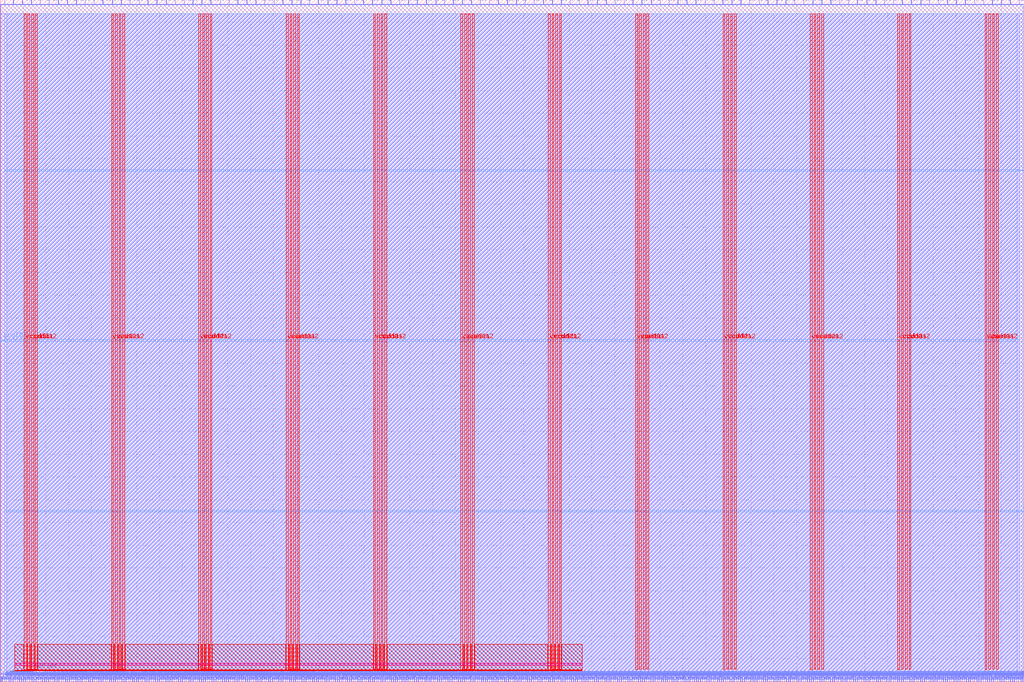
<source format=lef>
VERSION 5.7 ;
  NOWIREEXTENSIONATPIN ON ;
  DIVIDERCHAR "/" ;
  BUSBITCHARS "[]" ;
MACRO user_proj_example
  CLASS BLOCK ;
  FOREIGN user_proj_example ;
  ORIGIN 0.000 0.000 ;
  SIZE 900.000 BY 600.000 ;
  PIN io_in[0]
    DIRECTION INPUT ;
    USE SIGNAL ;
    PORT
      LAYER met2 ;
        RECT 3.770 596.000 4.050 600.000 ;
    END
  END io_in[0]
  PIN io_in[10]
    DIRECTION INPUT ;
    USE SIGNAL ;
    PORT
      LAYER met2 ;
        RECT 240.670 596.000 240.950 600.000 ;
    END
  END io_in[10]
  PIN io_in[11]
    DIRECTION INPUT ;
    USE SIGNAL ;
    PORT
      LAYER met2 ;
        RECT 264.130 596.000 264.410 600.000 ;
    END
  END io_in[11]
  PIN io_in[12]
    DIRECTION INPUT ;
    USE SIGNAL ;
    PORT
      LAYER met2 ;
        RECT 288.050 596.000 288.330 600.000 ;
    END
  END io_in[12]
  PIN io_in[13]
    DIRECTION INPUT ;
    USE SIGNAL ;
    PORT
      LAYER met2 ;
        RECT 311.510 596.000 311.790 600.000 ;
    END
  END io_in[13]
  PIN io_in[14]
    DIRECTION INPUT ;
    USE SIGNAL ;
    PORT
      LAYER met2 ;
        RECT 335.430 596.000 335.710 600.000 ;
    END
  END io_in[14]
  PIN io_in[15]
    DIRECTION INPUT ;
    USE SIGNAL ;
    PORT
      LAYER met2 ;
        RECT 358.890 596.000 359.170 600.000 ;
    END
  END io_in[15]
  PIN io_in[16]
    DIRECTION INPUT ;
    USE SIGNAL ;
    PORT
      LAYER met2 ;
        RECT 382.810 596.000 383.090 600.000 ;
    END
  END io_in[16]
  PIN io_in[17]
    DIRECTION INPUT ;
    USE SIGNAL ;
    PORT
      LAYER met2 ;
        RECT 406.270 596.000 406.550 600.000 ;
    END
  END io_in[17]
  PIN io_in[18]
    DIRECTION INPUT ;
    USE SIGNAL ;
    PORT
      LAYER met2 ;
        RECT 430.190 596.000 430.470 600.000 ;
    END
  END io_in[18]
  PIN io_in[19]
    DIRECTION INPUT ;
    USE SIGNAL ;
    PORT
      LAYER met2 ;
        RECT 453.650 596.000 453.930 600.000 ;
    END
  END io_in[19]
  PIN io_in[1]
    DIRECTION INPUT ;
    USE SIGNAL ;
    PORT
      LAYER met2 ;
        RECT 27.230 596.000 27.510 600.000 ;
    END
  END io_in[1]
  PIN io_in[20]
    DIRECTION INPUT ;
    USE SIGNAL ;
    PORT
      LAYER met2 ;
        RECT 477.570 596.000 477.850 600.000 ;
    END
  END io_in[20]
  PIN io_in[21]
    DIRECTION INPUT ;
    USE SIGNAL ;
    PORT
      LAYER met2 ;
        RECT 501.030 596.000 501.310 600.000 ;
    END
  END io_in[21]
  PIN io_in[22]
    DIRECTION INPUT ;
    USE SIGNAL ;
    PORT
      LAYER met2 ;
        RECT 524.950 596.000 525.230 600.000 ;
    END
  END io_in[22]
  PIN io_in[23]
    DIRECTION INPUT ;
    USE SIGNAL ;
    PORT
      LAYER met2 ;
        RECT 548.410 596.000 548.690 600.000 ;
    END
  END io_in[23]
  PIN io_in[24]
    DIRECTION INPUT ;
    USE SIGNAL ;
    PORT
      LAYER met2 ;
        RECT 572.330 596.000 572.610 600.000 ;
    END
  END io_in[24]
  PIN io_in[25]
    DIRECTION INPUT ;
    USE SIGNAL ;
    PORT
      LAYER met2 ;
        RECT 595.790 596.000 596.070 600.000 ;
    END
  END io_in[25]
  PIN io_in[26]
    DIRECTION INPUT ;
    USE SIGNAL ;
    PORT
      LAYER met2 ;
        RECT 619.710 596.000 619.990 600.000 ;
    END
  END io_in[26]
  PIN io_in[27]
    DIRECTION INPUT ;
    USE SIGNAL ;
    PORT
      LAYER met2 ;
        RECT 643.170 596.000 643.450 600.000 ;
    END
  END io_in[27]
  PIN io_in[28]
    DIRECTION INPUT ;
    USE SIGNAL ;
    PORT
      LAYER met2 ;
        RECT 667.090 596.000 667.370 600.000 ;
    END
  END io_in[28]
  PIN io_in[29]
    DIRECTION INPUT ;
    USE SIGNAL ;
    PORT
      LAYER met2 ;
        RECT 690.550 596.000 690.830 600.000 ;
    END
  END io_in[29]
  PIN io_in[2]
    DIRECTION INPUT ;
    USE SIGNAL ;
    PORT
      LAYER met2 ;
        RECT 51.150 596.000 51.430 600.000 ;
    END
  END io_in[2]
  PIN io_in[30]
    DIRECTION INPUT ;
    USE SIGNAL ;
    PORT
      LAYER met2 ;
        RECT 714.470 596.000 714.750 600.000 ;
    END
  END io_in[30]
  PIN io_in[31]
    DIRECTION INPUT ;
    USE SIGNAL ;
    PORT
      LAYER met2 ;
        RECT 737.930 596.000 738.210 600.000 ;
    END
  END io_in[31]
  PIN io_in[32]
    DIRECTION INPUT ;
    USE SIGNAL ;
    PORT
      LAYER met2 ;
        RECT 761.850 596.000 762.130 600.000 ;
    END
  END io_in[32]
  PIN io_in[33]
    DIRECTION INPUT ;
    USE SIGNAL ;
    PORT
      LAYER met2 ;
        RECT 785.310 596.000 785.590 600.000 ;
    END
  END io_in[33]
  PIN io_in[34]
    DIRECTION INPUT ;
    USE SIGNAL ;
    PORT
      LAYER met2 ;
        RECT 809.230 596.000 809.510 600.000 ;
    END
  END io_in[34]
  PIN io_in[35]
    DIRECTION INPUT ;
    USE SIGNAL ;
    PORT
      LAYER met2 ;
        RECT 832.690 596.000 832.970 600.000 ;
    END
  END io_in[35]
  PIN io_in[36]
    DIRECTION INPUT ;
    USE SIGNAL ;
    PORT
      LAYER met2 ;
        RECT 856.610 596.000 856.890 600.000 ;
    END
  END io_in[36]
  PIN io_in[37]
    DIRECTION INPUT ;
    USE SIGNAL ;
    PORT
      LAYER met2 ;
        RECT 880.070 596.000 880.350 600.000 ;
    END
  END io_in[37]
  PIN io_in[3]
    DIRECTION INPUT ;
    USE SIGNAL ;
    PORT
      LAYER met2 ;
        RECT 74.610 596.000 74.890 600.000 ;
    END
  END io_in[3]
  PIN io_in[4]
    DIRECTION INPUT ;
    USE SIGNAL ;
    PORT
      LAYER met2 ;
        RECT 98.530 596.000 98.810 600.000 ;
    END
  END io_in[4]
  PIN io_in[5]
    DIRECTION INPUT ;
    USE SIGNAL ;
    PORT
      LAYER met2 ;
        RECT 121.990 596.000 122.270 600.000 ;
    END
  END io_in[5]
  PIN io_in[6]
    DIRECTION INPUT ;
    USE SIGNAL ;
    PORT
      LAYER met2 ;
        RECT 145.910 596.000 146.190 600.000 ;
    END
  END io_in[6]
  PIN io_in[7]
    DIRECTION INPUT ;
    USE SIGNAL ;
    PORT
      LAYER met2 ;
        RECT 169.370 596.000 169.650 600.000 ;
    END
  END io_in[7]
  PIN io_in[8]
    DIRECTION INPUT ;
    USE SIGNAL ;
    PORT
      LAYER met2 ;
        RECT 193.290 596.000 193.570 600.000 ;
    END
  END io_in[8]
  PIN io_in[9]
    DIRECTION INPUT ;
    USE SIGNAL ;
    PORT
      LAYER met2 ;
        RECT 216.750 596.000 217.030 600.000 ;
    END
  END io_in[9]
  PIN io_oeb[0]
    DIRECTION OUTPUT TRISTATE ;
    USE SIGNAL ;
    PORT
      LAYER met2 ;
        RECT 11.590 596.000 11.870 600.000 ;
    END
  END io_oeb[0]
  PIN io_oeb[10]
    DIRECTION OUTPUT TRISTATE ;
    USE SIGNAL ;
    PORT
      LAYER met2 ;
        RECT 248.490 596.000 248.770 600.000 ;
    END
  END io_oeb[10]
  PIN io_oeb[11]
    DIRECTION OUTPUT TRISTATE ;
    USE SIGNAL ;
    PORT
      LAYER met2 ;
        RECT 271.950 596.000 272.230 600.000 ;
    END
  END io_oeb[11]
  PIN io_oeb[12]
    DIRECTION OUTPUT TRISTATE ;
    USE SIGNAL ;
    PORT
      LAYER met2 ;
        RECT 295.870 596.000 296.150 600.000 ;
    END
  END io_oeb[12]
  PIN io_oeb[13]
    DIRECTION OUTPUT TRISTATE ;
    USE SIGNAL ;
    PORT
      LAYER met2 ;
        RECT 319.330 596.000 319.610 600.000 ;
    END
  END io_oeb[13]
  PIN io_oeb[14]
    DIRECTION OUTPUT TRISTATE ;
    USE SIGNAL ;
    PORT
      LAYER met2 ;
        RECT 343.250 596.000 343.530 600.000 ;
    END
  END io_oeb[14]
  PIN io_oeb[15]
    DIRECTION OUTPUT TRISTATE ;
    USE SIGNAL ;
    PORT
      LAYER met2 ;
        RECT 366.710 596.000 366.990 600.000 ;
    END
  END io_oeb[15]
  PIN io_oeb[16]
    DIRECTION OUTPUT TRISTATE ;
    USE SIGNAL ;
    PORT
      LAYER met2 ;
        RECT 390.630 596.000 390.910 600.000 ;
    END
  END io_oeb[16]
  PIN io_oeb[17]
    DIRECTION OUTPUT TRISTATE ;
    USE SIGNAL ;
    PORT
      LAYER met2 ;
        RECT 414.090 596.000 414.370 600.000 ;
    END
  END io_oeb[17]
  PIN io_oeb[18]
    DIRECTION OUTPUT TRISTATE ;
    USE SIGNAL ;
    PORT
      LAYER met2 ;
        RECT 438.010 596.000 438.290 600.000 ;
    END
  END io_oeb[18]
  PIN io_oeb[19]
    DIRECTION OUTPUT TRISTATE ;
    USE SIGNAL ;
    PORT
      LAYER met2 ;
        RECT 461.470 596.000 461.750 600.000 ;
    END
  END io_oeb[19]
  PIN io_oeb[1]
    DIRECTION OUTPUT TRISTATE ;
    USE SIGNAL ;
    PORT
      LAYER met2 ;
        RECT 35.050 596.000 35.330 600.000 ;
    END
  END io_oeb[1]
  PIN io_oeb[20]
    DIRECTION OUTPUT TRISTATE ;
    USE SIGNAL ;
    PORT
      LAYER met2 ;
        RECT 485.390 596.000 485.670 600.000 ;
    END
  END io_oeb[20]
  PIN io_oeb[21]
    DIRECTION OUTPUT TRISTATE ;
    USE SIGNAL ;
    PORT
      LAYER met2 ;
        RECT 508.850 596.000 509.130 600.000 ;
    END
  END io_oeb[21]
  PIN io_oeb[22]
    DIRECTION OUTPUT TRISTATE ;
    USE SIGNAL ;
    PORT
      LAYER met2 ;
        RECT 532.770 596.000 533.050 600.000 ;
    END
  END io_oeb[22]
  PIN io_oeb[23]
    DIRECTION OUTPUT TRISTATE ;
    USE SIGNAL ;
    PORT
      LAYER met2 ;
        RECT 556.230 596.000 556.510 600.000 ;
    END
  END io_oeb[23]
  PIN io_oeb[24]
    DIRECTION OUTPUT TRISTATE ;
    USE SIGNAL ;
    PORT
      LAYER met2 ;
        RECT 580.150 596.000 580.430 600.000 ;
    END
  END io_oeb[24]
  PIN io_oeb[25]
    DIRECTION OUTPUT TRISTATE ;
    USE SIGNAL ;
    PORT
      LAYER met2 ;
        RECT 603.610 596.000 603.890 600.000 ;
    END
  END io_oeb[25]
  PIN io_oeb[26]
    DIRECTION OUTPUT TRISTATE ;
    USE SIGNAL ;
    PORT
      LAYER met2 ;
        RECT 627.530 596.000 627.810 600.000 ;
    END
  END io_oeb[26]
  PIN io_oeb[27]
    DIRECTION OUTPUT TRISTATE ;
    USE SIGNAL ;
    PORT
      LAYER met2 ;
        RECT 650.990 596.000 651.270 600.000 ;
    END
  END io_oeb[27]
  PIN io_oeb[28]
    DIRECTION OUTPUT TRISTATE ;
    USE SIGNAL ;
    PORT
      LAYER met2 ;
        RECT 674.910 596.000 675.190 600.000 ;
    END
  END io_oeb[28]
  PIN io_oeb[29]
    DIRECTION OUTPUT TRISTATE ;
    USE SIGNAL ;
    PORT
      LAYER met2 ;
        RECT 698.370 596.000 698.650 600.000 ;
    END
  END io_oeb[29]
  PIN io_oeb[2]
    DIRECTION OUTPUT TRISTATE ;
    USE SIGNAL ;
    PORT
      LAYER met2 ;
        RECT 58.970 596.000 59.250 600.000 ;
    END
  END io_oeb[2]
  PIN io_oeb[30]
    DIRECTION OUTPUT TRISTATE ;
    USE SIGNAL ;
    PORT
      LAYER met2 ;
        RECT 722.290 596.000 722.570 600.000 ;
    END
  END io_oeb[30]
  PIN io_oeb[31]
    DIRECTION OUTPUT TRISTATE ;
    USE SIGNAL ;
    PORT
      LAYER met2 ;
        RECT 745.750 596.000 746.030 600.000 ;
    END
  END io_oeb[31]
  PIN io_oeb[32]
    DIRECTION OUTPUT TRISTATE ;
    USE SIGNAL ;
    PORT
      LAYER met2 ;
        RECT 769.670 596.000 769.950 600.000 ;
    END
  END io_oeb[32]
  PIN io_oeb[33]
    DIRECTION OUTPUT TRISTATE ;
    USE SIGNAL ;
    PORT
      LAYER met2 ;
        RECT 793.130 596.000 793.410 600.000 ;
    END
  END io_oeb[33]
  PIN io_oeb[34]
    DIRECTION OUTPUT TRISTATE ;
    USE SIGNAL ;
    PORT
      LAYER met2 ;
        RECT 817.050 596.000 817.330 600.000 ;
    END
  END io_oeb[34]
  PIN io_oeb[35]
    DIRECTION OUTPUT TRISTATE ;
    USE SIGNAL ;
    PORT
      LAYER met2 ;
        RECT 840.510 596.000 840.790 600.000 ;
    END
  END io_oeb[35]
  PIN io_oeb[36]
    DIRECTION OUTPUT TRISTATE ;
    USE SIGNAL ;
    PORT
      LAYER met2 ;
        RECT 864.430 596.000 864.710 600.000 ;
    END
  END io_oeb[36]
  PIN io_oeb[37]
    DIRECTION OUTPUT TRISTATE ;
    USE SIGNAL ;
    PORT
      LAYER met2 ;
        RECT 887.890 596.000 888.170 600.000 ;
    END
  END io_oeb[37]
  PIN io_oeb[3]
    DIRECTION OUTPUT TRISTATE ;
    USE SIGNAL ;
    PORT
      LAYER met2 ;
        RECT 82.430 596.000 82.710 600.000 ;
    END
  END io_oeb[3]
  PIN io_oeb[4]
    DIRECTION OUTPUT TRISTATE ;
    USE SIGNAL ;
    PORT
      LAYER met2 ;
        RECT 106.350 596.000 106.630 600.000 ;
    END
  END io_oeb[4]
  PIN io_oeb[5]
    DIRECTION OUTPUT TRISTATE ;
    USE SIGNAL ;
    PORT
      LAYER met2 ;
        RECT 129.810 596.000 130.090 600.000 ;
    END
  END io_oeb[5]
  PIN io_oeb[6]
    DIRECTION OUTPUT TRISTATE ;
    USE SIGNAL ;
    PORT
      LAYER met2 ;
        RECT 153.730 596.000 154.010 600.000 ;
    END
  END io_oeb[6]
  PIN io_oeb[7]
    DIRECTION OUTPUT TRISTATE ;
    USE SIGNAL ;
    PORT
      LAYER met2 ;
        RECT 177.190 596.000 177.470 600.000 ;
    END
  END io_oeb[7]
  PIN io_oeb[8]
    DIRECTION OUTPUT TRISTATE ;
    USE SIGNAL ;
    PORT
      LAYER met2 ;
        RECT 201.110 596.000 201.390 600.000 ;
    END
  END io_oeb[8]
  PIN io_oeb[9]
    DIRECTION OUTPUT TRISTATE ;
    USE SIGNAL ;
    PORT
      LAYER met2 ;
        RECT 224.570 596.000 224.850 600.000 ;
    END
  END io_oeb[9]
  PIN io_out[0]
    DIRECTION OUTPUT TRISTATE ;
    USE SIGNAL ;
    PORT
      LAYER met2 ;
        RECT 19.410 596.000 19.690 600.000 ;
    END
  END io_out[0]
  PIN io_out[10]
    DIRECTION OUTPUT TRISTATE ;
    USE SIGNAL ;
    PORT
      LAYER met2 ;
        RECT 256.310 596.000 256.590 600.000 ;
    END
  END io_out[10]
  PIN io_out[11]
    DIRECTION OUTPUT TRISTATE ;
    USE SIGNAL ;
    PORT
      LAYER met2 ;
        RECT 279.770 596.000 280.050 600.000 ;
    END
  END io_out[11]
  PIN io_out[12]
    DIRECTION OUTPUT TRISTATE ;
    USE SIGNAL ;
    PORT
      LAYER met2 ;
        RECT 303.690 596.000 303.970 600.000 ;
    END
  END io_out[12]
  PIN io_out[13]
    DIRECTION OUTPUT TRISTATE ;
    USE SIGNAL ;
    PORT
      LAYER met2 ;
        RECT 327.150 596.000 327.430 600.000 ;
    END
  END io_out[13]
  PIN io_out[14]
    DIRECTION OUTPUT TRISTATE ;
    USE SIGNAL ;
    PORT
      LAYER met2 ;
        RECT 351.070 596.000 351.350 600.000 ;
    END
  END io_out[14]
  PIN io_out[15]
    DIRECTION OUTPUT TRISTATE ;
    USE SIGNAL ;
    PORT
      LAYER met2 ;
        RECT 374.530 596.000 374.810 600.000 ;
    END
  END io_out[15]
  PIN io_out[16]
    DIRECTION OUTPUT TRISTATE ;
    USE SIGNAL ;
    PORT
      LAYER met2 ;
        RECT 398.450 596.000 398.730 600.000 ;
    END
  END io_out[16]
  PIN io_out[17]
    DIRECTION OUTPUT TRISTATE ;
    USE SIGNAL ;
    PORT
      LAYER met2 ;
        RECT 421.910 596.000 422.190 600.000 ;
    END
  END io_out[17]
  PIN io_out[18]
    DIRECTION OUTPUT TRISTATE ;
    USE SIGNAL ;
    PORT
      LAYER met2 ;
        RECT 445.830 596.000 446.110 600.000 ;
    END
  END io_out[18]
  PIN io_out[19]
    DIRECTION OUTPUT TRISTATE ;
    USE SIGNAL ;
    PORT
      LAYER met2 ;
        RECT 469.290 596.000 469.570 600.000 ;
    END
  END io_out[19]
  PIN io_out[1]
    DIRECTION OUTPUT TRISTATE ;
    USE SIGNAL ;
    PORT
      LAYER met2 ;
        RECT 42.870 596.000 43.150 600.000 ;
    END
  END io_out[1]
  PIN io_out[20]
    DIRECTION OUTPUT TRISTATE ;
    USE SIGNAL ;
    PORT
      LAYER met2 ;
        RECT 493.210 596.000 493.490 600.000 ;
    END
  END io_out[20]
  PIN io_out[21]
    DIRECTION OUTPUT TRISTATE ;
    USE SIGNAL ;
    PORT
      LAYER met2 ;
        RECT 516.670 596.000 516.950 600.000 ;
    END
  END io_out[21]
  PIN io_out[22]
    DIRECTION OUTPUT TRISTATE ;
    USE SIGNAL ;
    PORT
      LAYER met2 ;
        RECT 540.590 596.000 540.870 600.000 ;
    END
  END io_out[22]
  PIN io_out[23]
    DIRECTION OUTPUT TRISTATE ;
    USE SIGNAL ;
    PORT
      LAYER met2 ;
        RECT 564.050 596.000 564.330 600.000 ;
    END
  END io_out[23]
  PIN io_out[24]
    DIRECTION OUTPUT TRISTATE ;
    USE SIGNAL ;
    PORT
      LAYER met2 ;
        RECT 587.970 596.000 588.250 600.000 ;
    END
  END io_out[24]
  PIN io_out[25]
    DIRECTION OUTPUT TRISTATE ;
    USE SIGNAL ;
    PORT
      LAYER met2 ;
        RECT 611.430 596.000 611.710 600.000 ;
    END
  END io_out[25]
  PIN io_out[26]
    DIRECTION OUTPUT TRISTATE ;
    USE SIGNAL ;
    PORT
      LAYER met2 ;
        RECT 635.350 596.000 635.630 600.000 ;
    END
  END io_out[26]
  PIN io_out[27]
    DIRECTION OUTPUT TRISTATE ;
    USE SIGNAL ;
    PORT
      LAYER met2 ;
        RECT 658.810 596.000 659.090 600.000 ;
    END
  END io_out[27]
  PIN io_out[28]
    DIRECTION OUTPUT TRISTATE ;
    USE SIGNAL ;
    PORT
      LAYER met2 ;
        RECT 682.730 596.000 683.010 600.000 ;
    END
  END io_out[28]
  PIN io_out[29]
    DIRECTION OUTPUT TRISTATE ;
    USE SIGNAL ;
    PORT
      LAYER met2 ;
        RECT 706.190 596.000 706.470 600.000 ;
    END
  END io_out[29]
  PIN io_out[2]
    DIRECTION OUTPUT TRISTATE ;
    USE SIGNAL ;
    PORT
      LAYER met2 ;
        RECT 66.790 596.000 67.070 600.000 ;
    END
  END io_out[2]
  PIN io_out[30]
    DIRECTION OUTPUT TRISTATE ;
    USE SIGNAL ;
    PORT
      LAYER met2 ;
        RECT 730.110 596.000 730.390 600.000 ;
    END
  END io_out[30]
  PIN io_out[31]
    DIRECTION OUTPUT TRISTATE ;
    USE SIGNAL ;
    PORT
      LAYER met2 ;
        RECT 753.570 596.000 753.850 600.000 ;
    END
  END io_out[31]
  PIN io_out[32]
    DIRECTION OUTPUT TRISTATE ;
    USE SIGNAL ;
    PORT
      LAYER met2 ;
        RECT 777.490 596.000 777.770 600.000 ;
    END
  END io_out[32]
  PIN io_out[33]
    DIRECTION OUTPUT TRISTATE ;
    USE SIGNAL ;
    PORT
      LAYER met2 ;
        RECT 800.950 596.000 801.230 600.000 ;
    END
  END io_out[33]
  PIN io_out[34]
    DIRECTION OUTPUT TRISTATE ;
    USE SIGNAL ;
    PORT
      LAYER met2 ;
        RECT 824.870 596.000 825.150 600.000 ;
    END
  END io_out[34]
  PIN io_out[35]
    DIRECTION OUTPUT TRISTATE ;
    USE SIGNAL ;
    PORT
      LAYER met2 ;
        RECT 848.330 596.000 848.610 600.000 ;
    END
  END io_out[35]
  PIN io_out[36]
    DIRECTION OUTPUT TRISTATE ;
    USE SIGNAL ;
    PORT
      LAYER met2 ;
        RECT 872.250 596.000 872.530 600.000 ;
    END
  END io_out[36]
  PIN io_out[37]
    DIRECTION OUTPUT TRISTATE ;
    USE SIGNAL ;
    PORT
      LAYER met2 ;
        RECT 895.710 596.000 895.990 600.000 ;
    END
  END io_out[37]
  PIN io_out[3]
    DIRECTION OUTPUT TRISTATE ;
    USE SIGNAL ;
    PORT
      LAYER met2 ;
        RECT 90.250 596.000 90.530 600.000 ;
    END
  END io_out[3]
  PIN io_out[4]
    DIRECTION OUTPUT TRISTATE ;
    USE SIGNAL ;
    PORT
      LAYER met2 ;
        RECT 114.170 596.000 114.450 600.000 ;
    END
  END io_out[4]
  PIN io_out[5]
    DIRECTION OUTPUT TRISTATE ;
    USE SIGNAL ;
    PORT
      LAYER met2 ;
        RECT 137.630 596.000 137.910 600.000 ;
    END
  END io_out[5]
  PIN io_out[6]
    DIRECTION OUTPUT TRISTATE ;
    USE SIGNAL ;
    PORT
      LAYER met2 ;
        RECT 161.550 596.000 161.830 600.000 ;
    END
  END io_out[6]
  PIN io_out[7]
    DIRECTION OUTPUT TRISTATE ;
    USE SIGNAL ;
    PORT
      LAYER met2 ;
        RECT 185.010 596.000 185.290 600.000 ;
    END
  END io_out[7]
  PIN io_out[8]
    DIRECTION OUTPUT TRISTATE ;
    USE SIGNAL ;
    PORT
      LAYER met2 ;
        RECT 208.930 596.000 209.210 600.000 ;
    END
  END io_out[8]
  PIN io_out[9]
    DIRECTION OUTPUT TRISTATE ;
    USE SIGNAL ;
    PORT
      LAYER met2 ;
        RECT 232.390 596.000 232.670 600.000 ;
    END
  END io_out[9]
  PIN irq[0]
    DIRECTION OUTPUT TRISTATE ;
    USE SIGNAL ;
    PORT
      LAYER met3 ;
        RECT 0.000 299.920 4.000 300.520 ;
    END
  END irq[0]
  PIN irq[1]
    DIRECTION OUTPUT TRISTATE ;
    USE SIGNAL ;
    PORT
      LAYER met3 ;
        RECT 896.000 149.640 900.000 150.240 ;
    END
  END irq[1]
  PIN irq[2]
    DIRECTION OUTPUT TRISTATE ;
    USE SIGNAL ;
    PORT
      LAYER met3 ;
        RECT 896.000 449.520 900.000 450.120 ;
    END
  END irq[2]
  PIN la_data_in[0]
    DIRECTION INPUT ;
    USE SIGNAL ;
    PORT
      LAYER met2 ;
        RECT 195.130 0.000 195.410 4.000 ;
    END
  END la_data_in[0]
  PIN la_data_in[100]
    DIRECTION INPUT ;
    USE SIGNAL ;
    PORT
      LAYER met2 ;
        RECT 746.210 0.000 746.490 4.000 ;
    END
  END la_data_in[100]
  PIN la_data_in[101]
    DIRECTION INPUT ;
    USE SIGNAL ;
    PORT
      LAYER met2 ;
        RECT 751.730 0.000 752.010 4.000 ;
    END
  END la_data_in[101]
  PIN la_data_in[102]
    DIRECTION INPUT ;
    USE SIGNAL ;
    PORT
      LAYER met2 ;
        RECT 757.250 0.000 757.530 4.000 ;
    END
  END la_data_in[102]
  PIN la_data_in[103]
    DIRECTION INPUT ;
    USE SIGNAL ;
    PORT
      LAYER met2 ;
        RECT 762.770 0.000 763.050 4.000 ;
    END
  END la_data_in[103]
  PIN la_data_in[104]
    DIRECTION INPUT ;
    USE SIGNAL ;
    PORT
      LAYER met2 ;
        RECT 768.290 0.000 768.570 4.000 ;
    END
  END la_data_in[104]
  PIN la_data_in[105]
    DIRECTION INPUT ;
    USE SIGNAL ;
    PORT
      LAYER met2 ;
        RECT 773.810 0.000 774.090 4.000 ;
    END
  END la_data_in[105]
  PIN la_data_in[106]
    DIRECTION INPUT ;
    USE SIGNAL ;
    PORT
      LAYER met2 ;
        RECT 779.330 0.000 779.610 4.000 ;
    END
  END la_data_in[106]
  PIN la_data_in[107]
    DIRECTION INPUT ;
    USE SIGNAL ;
    PORT
      LAYER met2 ;
        RECT 784.850 0.000 785.130 4.000 ;
    END
  END la_data_in[107]
  PIN la_data_in[108]
    DIRECTION INPUT ;
    USE SIGNAL ;
    PORT
      LAYER met2 ;
        RECT 790.370 0.000 790.650 4.000 ;
    END
  END la_data_in[108]
  PIN la_data_in[109]
    DIRECTION INPUT ;
    USE SIGNAL ;
    PORT
      LAYER met2 ;
        RECT 795.890 0.000 796.170 4.000 ;
    END
  END la_data_in[109]
  PIN la_data_in[10]
    DIRECTION INPUT ;
    USE SIGNAL ;
    PORT
      LAYER met2 ;
        RECT 250.330 0.000 250.610 4.000 ;
    END
  END la_data_in[10]
  PIN la_data_in[110]
    DIRECTION INPUT ;
    USE SIGNAL ;
    PORT
      LAYER met2 ;
        RECT 801.410 0.000 801.690 4.000 ;
    END
  END la_data_in[110]
  PIN la_data_in[111]
    DIRECTION INPUT ;
    USE SIGNAL ;
    PORT
      LAYER met2 ;
        RECT 806.930 0.000 807.210 4.000 ;
    END
  END la_data_in[111]
  PIN la_data_in[112]
    DIRECTION INPUT ;
    USE SIGNAL ;
    PORT
      LAYER met2 ;
        RECT 812.450 0.000 812.730 4.000 ;
    END
  END la_data_in[112]
  PIN la_data_in[113]
    DIRECTION INPUT ;
    USE SIGNAL ;
    PORT
      LAYER met2 ;
        RECT 817.970 0.000 818.250 4.000 ;
    END
  END la_data_in[113]
  PIN la_data_in[114]
    DIRECTION INPUT ;
    USE SIGNAL ;
    PORT
      LAYER met2 ;
        RECT 823.490 0.000 823.770 4.000 ;
    END
  END la_data_in[114]
  PIN la_data_in[115]
    DIRECTION INPUT ;
    USE SIGNAL ;
    PORT
      LAYER met2 ;
        RECT 829.010 0.000 829.290 4.000 ;
    END
  END la_data_in[115]
  PIN la_data_in[116]
    DIRECTION INPUT ;
    USE SIGNAL ;
    PORT
      LAYER met2 ;
        RECT 834.530 0.000 834.810 4.000 ;
    END
  END la_data_in[116]
  PIN la_data_in[117]
    DIRECTION INPUT ;
    USE SIGNAL ;
    PORT
      LAYER met2 ;
        RECT 840.050 0.000 840.330 4.000 ;
    END
  END la_data_in[117]
  PIN la_data_in[118]
    DIRECTION INPUT ;
    USE SIGNAL ;
    PORT
      LAYER met2 ;
        RECT 845.570 0.000 845.850 4.000 ;
    END
  END la_data_in[118]
  PIN la_data_in[119]
    DIRECTION INPUT ;
    USE SIGNAL ;
    PORT
      LAYER met2 ;
        RECT 851.090 0.000 851.370 4.000 ;
    END
  END la_data_in[119]
  PIN la_data_in[11]
    DIRECTION INPUT ;
    USE SIGNAL ;
    PORT
      LAYER met2 ;
        RECT 255.850 0.000 256.130 4.000 ;
    END
  END la_data_in[11]
  PIN la_data_in[120]
    DIRECTION INPUT ;
    USE SIGNAL ;
    PORT
      LAYER met2 ;
        RECT 856.610 0.000 856.890 4.000 ;
    END
  END la_data_in[120]
  PIN la_data_in[121]
    DIRECTION INPUT ;
    USE SIGNAL ;
    PORT
      LAYER met2 ;
        RECT 862.130 0.000 862.410 4.000 ;
    END
  END la_data_in[121]
  PIN la_data_in[122]
    DIRECTION INPUT ;
    USE SIGNAL ;
    PORT
      LAYER met2 ;
        RECT 867.650 0.000 867.930 4.000 ;
    END
  END la_data_in[122]
  PIN la_data_in[123]
    DIRECTION INPUT ;
    USE SIGNAL ;
    PORT
      LAYER met2 ;
        RECT 873.170 0.000 873.450 4.000 ;
    END
  END la_data_in[123]
  PIN la_data_in[124]
    DIRECTION INPUT ;
    USE SIGNAL ;
    PORT
      LAYER met2 ;
        RECT 878.690 0.000 878.970 4.000 ;
    END
  END la_data_in[124]
  PIN la_data_in[125]
    DIRECTION INPUT ;
    USE SIGNAL ;
    PORT
      LAYER met2 ;
        RECT 884.210 0.000 884.490 4.000 ;
    END
  END la_data_in[125]
  PIN la_data_in[126]
    DIRECTION INPUT ;
    USE SIGNAL ;
    PORT
      LAYER met2 ;
        RECT 889.730 0.000 890.010 4.000 ;
    END
  END la_data_in[126]
  PIN la_data_in[127]
    DIRECTION INPUT ;
    USE SIGNAL ;
    PORT
      LAYER met2 ;
        RECT 895.250 0.000 895.530 4.000 ;
    END
  END la_data_in[127]
  PIN la_data_in[12]
    DIRECTION INPUT ;
    USE SIGNAL ;
    PORT
      LAYER met2 ;
        RECT 261.370 0.000 261.650 4.000 ;
    END
  END la_data_in[12]
  PIN la_data_in[13]
    DIRECTION INPUT ;
    USE SIGNAL ;
    PORT
      LAYER met2 ;
        RECT 266.890 0.000 267.170 4.000 ;
    END
  END la_data_in[13]
  PIN la_data_in[14]
    DIRECTION INPUT ;
    USE SIGNAL ;
    PORT
      LAYER met2 ;
        RECT 272.410 0.000 272.690 4.000 ;
    END
  END la_data_in[14]
  PIN la_data_in[15]
    DIRECTION INPUT ;
    USE SIGNAL ;
    PORT
      LAYER met2 ;
        RECT 277.930 0.000 278.210 4.000 ;
    END
  END la_data_in[15]
  PIN la_data_in[16]
    DIRECTION INPUT ;
    USE SIGNAL ;
    PORT
      LAYER met2 ;
        RECT 283.450 0.000 283.730 4.000 ;
    END
  END la_data_in[16]
  PIN la_data_in[17]
    DIRECTION INPUT ;
    USE SIGNAL ;
    PORT
      LAYER met2 ;
        RECT 288.970 0.000 289.250 4.000 ;
    END
  END la_data_in[17]
  PIN la_data_in[18]
    DIRECTION INPUT ;
    USE SIGNAL ;
    PORT
      LAYER met2 ;
        RECT 294.490 0.000 294.770 4.000 ;
    END
  END la_data_in[18]
  PIN la_data_in[19]
    DIRECTION INPUT ;
    USE SIGNAL ;
    PORT
      LAYER met2 ;
        RECT 300.010 0.000 300.290 4.000 ;
    END
  END la_data_in[19]
  PIN la_data_in[1]
    DIRECTION INPUT ;
    USE SIGNAL ;
    PORT
      LAYER met2 ;
        RECT 200.650 0.000 200.930 4.000 ;
    END
  END la_data_in[1]
  PIN la_data_in[20]
    DIRECTION INPUT ;
    USE SIGNAL ;
    PORT
      LAYER met2 ;
        RECT 305.070 0.000 305.350 4.000 ;
    END
  END la_data_in[20]
  PIN la_data_in[21]
    DIRECTION INPUT ;
    USE SIGNAL ;
    PORT
      LAYER met2 ;
        RECT 310.590 0.000 310.870 4.000 ;
    END
  END la_data_in[21]
  PIN la_data_in[22]
    DIRECTION INPUT ;
    USE SIGNAL ;
    PORT
      LAYER met2 ;
        RECT 316.110 0.000 316.390 4.000 ;
    END
  END la_data_in[22]
  PIN la_data_in[23]
    DIRECTION INPUT ;
    USE SIGNAL ;
    PORT
      LAYER met2 ;
        RECT 321.630 0.000 321.910 4.000 ;
    END
  END la_data_in[23]
  PIN la_data_in[24]
    DIRECTION INPUT ;
    USE SIGNAL ;
    PORT
      LAYER met2 ;
        RECT 327.150 0.000 327.430 4.000 ;
    END
  END la_data_in[24]
  PIN la_data_in[25]
    DIRECTION INPUT ;
    USE SIGNAL ;
    PORT
      LAYER met2 ;
        RECT 332.670 0.000 332.950 4.000 ;
    END
  END la_data_in[25]
  PIN la_data_in[26]
    DIRECTION INPUT ;
    USE SIGNAL ;
    PORT
      LAYER met2 ;
        RECT 338.190 0.000 338.470 4.000 ;
    END
  END la_data_in[26]
  PIN la_data_in[27]
    DIRECTION INPUT ;
    USE SIGNAL ;
    PORT
      LAYER met2 ;
        RECT 343.710 0.000 343.990 4.000 ;
    END
  END la_data_in[27]
  PIN la_data_in[28]
    DIRECTION INPUT ;
    USE SIGNAL ;
    PORT
      LAYER met2 ;
        RECT 349.230 0.000 349.510 4.000 ;
    END
  END la_data_in[28]
  PIN la_data_in[29]
    DIRECTION INPUT ;
    USE SIGNAL ;
    PORT
      LAYER met2 ;
        RECT 354.750 0.000 355.030 4.000 ;
    END
  END la_data_in[29]
  PIN la_data_in[2]
    DIRECTION INPUT ;
    USE SIGNAL ;
    PORT
      LAYER met2 ;
        RECT 206.170 0.000 206.450 4.000 ;
    END
  END la_data_in[2]
  PIN la_data_in[30]
    DIRECTION INPUT ;
    USE SIGNAL ;
    PORT
      LAYER met2 ;
        RECT 360.270 0.000 360.550 4.000 ;
    END
  END la_data_in[30]
  PIN la_data_in[31]
    DIRECTION INPUT ;
    USE SIGNAL ;
    PORT
      LAYER met2 ;
        RECT 365.790 0.000 366.070 4.000 ;
    END
  END la_data_in[31]
  PIN la_data_in[32]
    DIRECTION INPUT ;
    USE SIGNAL ;
    PORT
      LAYER met2 ;
        RECT 371.310 0.000 371.590 4.000 ;
    END
  END la_data_in[32]
  PIN la_data_in[33]
    DIRECTION INPUT ;
    USE SIGNAL ;
    PORT
      LAYER met2 ;
        RECT 376.830 0.000 377.110 4.000 ;
    END
  END la_data_in[33]
  PIN la_data_in[34]
    DIRECTION INPUT ;
    USE SIGNAL ;
    PORT
      LAYER met2 ;
        RECT 382.350 0.000 382.630 4.000 ;
    END
  END la_data_in[34]
  PIN la_data_in[35]
    DIRECTION INPUT ;
    USE SIGNAL ;
    PORT
      LAYER met2 ;
        RECT 387.870 0.000 388.150 4.000 ;
    END
  END la_data_in[35]
  PIN la_data_in[36]
    DIRECTION INPUT ;
    USE SIGNAL ;
    PORT
      LAYER met2 ;
        RECT 393.390 0.000 393.670 4.000 ;
    END
  END la_data_in[36]
  PIN la_data_in[37]
    DIRECTION INPUT ;
    USE SIGNAL ;
    PORT
      LAYER met2 ;
        RECT 398.910 0.000 399.190 4.000 ;
    END
  END la_data_in[37]
  PIN la_data_in[38]
    DIRECTION INPUT ;
    USE SIGNAL ;
    PORT
      LAYER met2 ;
        RECT 404.430 0.000 404.710 4.000 ;
    END
  END la_data_in[38]
  PIN la_data_in[39]
    DIRECTION INPUT ;
    USE SIGNAL ;
    PORT
      LAYER met2 ;
        RECT 409.950 0.000 410.230 4.000 ;
    END
  END la_data_in[39]
  PIN la_data_in[3]
    DIRECTION INPUT ;
    USE SIGNAL ;
    PORT
      LAYER met2 ;
        RECT 211.690 0.000 211.970 4.000 ;
    END
  END la_data_in[3]
  PIN la_data_in[40]
    DIRECTION INPUT ;
    USE SIGNAL ;
    PORT
      LAYER met2 ;
        RECT 415.470 0.000 415.750 4.000 ;
    END
  END la_data_in[40]
  PIN la_data_in[41]
    DIRECTION INPUT ;
    USE SIGNAL ;
    PORT
      LAYER met2 ;
        RECT 420.990 0.000 421.270 4.000 ;
    END
  END la_data_in[41]
  PIN la_data_in[42]
    DIRECTION INPUT ;
    USE SIGNAL ;
    PORT
      LAYER met2 ;
        RECT 426.510 0.000 426.790 4.000 ;
    END
  END la_data_in[42]
  PIN la_data_in[43]
    DIRECTION INPUT ;
    USE SIGNAL ;
    PORT
      LAYER met2 ;
        RECT 432.030 0.000 432.310 4.000 ;
    END
  END la_data_in[43]
  PIN la_data_in[44]
    DIRECTION INPUT ;
    USE SIGNAL ;
    PORT
      LAYER met2 ;
        RECT 437.550 0.000 437.830 4.000 ;
    END
  END la_data_in[44]
  PIN la_data_in[45]
    DIRECTION INPUT ;
    USE SIGNAL ;
    PORT
      LAYER met2 ;
        RECT 443.070 0.000 443.350 4.000 ;
    END
  END la_data_in[45]
  PIN la_data_in[46]
    DIRECTION INPUT ;
    USE SIGNAL ;
    PORT
      LAYER met2 ;
        RECT 448.590 0.000 448.870 4.000 ;
    END
  END la_data_in[46]
  PIN la_data_in[47]
    DIRECTION INPUT ;
    USE SIGNAL ;
    PORT
      LAYER met2 ;
        RECT 454.110 0.000 454.390 4.000 ;
    END
  END la_data_in[47]
  PIN la_data_in[48]
    DIRECTION INPUT ;
    USE SIGNAL ;
    PORT
      LAYER met2 ;
        RECT 459.630 0.000 459.910 4.000 ;
    END
  END la_data_in[48]
  PIN la_data_in[49]
    DIRECTION INPUT ;
    USE SIGNAL ;
    PORT
      LAYER met2 ;
        RECT 465.150 0.000 465.430 4.000 ;
    END
  END la_data_in[49]
  PIN la_data_in[4]
    DIRECTION INPUT ;
    USE SIGNAL ;
    PORT
      LAYER met2 ;
        RECT 217.210 0.000 217.490 4.000 ;
    END
  END la_data_in[4]
  PIN la_data_in[50]
    DIRECTION INPUT ;
    USE SIGNAL ;
    PORT
      LAYER met2 ;
        RECT 470.670 0.000 470.950 4.000 ;
    END
  END la_data_in[50]
  PIN la_data_in[51]
    DIRECTION INPUT ;
    USE SIGNAL ;
    PORT
      LAYER met2 ;
        RECT 476.190 0.000 476.470 4.000 ;
    END
  END la_data_in[51]
  PIN la_data_in[52]
    DIRECTION INPUT ;
    USE SIGNAL ;
    PORT
      LAYER met2 ;
        RECT 481.710 0.000 481.990 4.000 ;
    END
  END la_data_in[52]
  PIN la_data_in[53]
    DIRECTION INPUT ;
    USE SIGNAL ;
    PORT
      LAYER met2 ;
        RECT 487.230 0.000 487.510 4.000 ;
    END
  END la_data_in[53]
  PIN la_data_in[54]
    DIRECTION INPUT ;
    USE SIGNAL ;
    PORT
      LAYER met2 ;
        RECT 492.750 0.000 493.030 4.000 ;
    END
  END la_data_in[54]
  PIN la_data_in[55]
    DIRECTION INPUT ;
    USE SIGNAL ;
    PORT
      LAYER met2 ;
        RECT 498.270 0.000 498.550 4.000 ;
    END
  END la_data_in[55]
  PIN la_data_in[56]
    DIRECTION INPUT ;
    USE SIGNAL ;
    PORT
      LAYER met2 ;
        RECT 503.790 0.000 504.070 4.000 ;
    END
  END la_data_in[56]
  PIN la_data_in[57]
    DIRECTION INPUT ;
    USE SIGNAL ;
    PORT
      LAYER met2 ;
        RECT 509.310 0.000 509.590 4.000 ;
    END
  END la_data_in[57]
  PIN la_data_in[58]
    DIRECTION INPUT ;
    USE SIGNAL ;
    PORT
      LAYER met2 ;
        RECT 514.830 0.000 515.110 4.000 ;
    END
  END la_data_in[58]
  PIN la_data_in[59]
    DIRECTION INPUT ;
    USE SIGNAL ;
    PORT
      LAYER met2 ;
        RECT 520.350 0.000 520.630 4.000 ;
    END
  END la_data_in[59]
  PIN la_data_in[5]
    DIRECTION INPUT ;
    USE SIGNAL ;
    PORT
      LAYER met2 ;
        RECT 222.730 0.000 223.010 4.000 ;
    END
  END la_data_in[5]
  PIN la_data_in[60]
    DIRECTION INPUT ;
    USE SIGNAL ;
    PORT
      LAYER met2 ;
        RECT 525.870 0.000 526.150 4.000 ;
    END
  END la_data_in[60]
  PIN la_data_in[61]
    DIRECTION INPUT ;
    USE SIGNAL ;
    PORT
      LAYER met2 ;
        RECT 531.390 0.000 531.670 4.000 ;
    END
  END la_data_in[61]
  PIN la_data_in[62]
    DIRECTION INPUT ;
    USE SIGNAL ;
    PORT
      LAYER met2 ;
        RECT 536.910 0.000 537.190 4.000 ;
    END
  END la_data_in[62]
  PIN la_data_in[63]
    DIRECTION INPUT ;
    USE SIGNAL ;
    PORT
      LAYER met2 ;
        RECT 542.430 0.000 542.710 4.000 ;
    END
  END la_data_in[63]
  PIN la_data_in[64]
    DIRECTION INPUT ;
    USE SIGNAL ;
    PORT
      LAYER met2 ;
        RECT 547.950 0.000 548.230 4.000 ;
    END
  END la_data_in[64]
  PIN la_data_in[65]
    DIRECTION INPUT ;
    USE SIGNAL ;
    PORT
      LAYER met2 ;
        RECT 553.470 0.000 553.750 4.000 ;
    END
  END la_data_in[65]
  PIN la_data_in[66]
    DIRECTION INPUT ;
    USE SIGNAL ;
    PORT
      LAYER met2 ;
        RECT 558.990 0.000 559.270 4.000 ;
    END
  END la_data_in[66]
  PIN la_data_in[67]
    DIRECTION INPUT ;
    USE SIGNAL ;
    PORT
      LAYER met2 ;
        RECT 564.510 0.000 564.790 4.000 ;
    END
  END la_data_in[67]
  PIN la_data_in[68]
    DIRECTION INPUT ;
    USE SIGNAL ;
    PORT
      LAYER met2 ;
        RECT 570.030 0.000 570.310 4.000 ;
    END
  END la_data_in[68]
  PIN la_data_in[69]
    DIRECTION INPUT ;
    USE SIGNAL ;
    PORT
      LAYER met2 ;
        RECT 575.550 0.000 575.830 4.000 ;
    END
  END la_data_in[69]
  PIN la_data_in[6]
    DIRECTION INPUT ;
    USE SIGNAL ;
    PORT
      LAYER met2 ;
        RECT 228.250 0.000 228.530 4.000 ;
    END
  END la_data_in[6]
  PIN la_data_in[70]
    DIRECTION INPUT ;
    USE SIGNAL ;
    PORT
      LAYER met2 ;
        RECT 581.070 0.000 581.350 4.000 ;
    END
  END la_data_in[70]
  PIN la_data_in[71]
    DIRECTION INPUT ;
    USE SIGNAL ;
    PORT
      LAYER met2 ;
        RECT 586.590 0.000 586.870 4.000 ;
    END
  END la_data_in[71]
  PIN la_data_in[72]
    DIRECTION INPUT ;
    USE SIGNAL ;
    PORT
      LAYER met2 ;
        RECT 592.110 0.000 592.390 4.000 ;
    END
  END la_data_in[72]
  PIN la_data_in[73]
    DIRECTION INPUT ;
    USE SIGNAL ;
    PORT
      LAYER met2 ;
        RECT 597.630 0.000 597.910 4.000 ;
    END
  END la_data_in[73]
  PIN la_data_in[74]
    DIRECTION INPUT ;
    USE SIGNAL ;
    PORT
      LAYER met2 ;
        RECT 602.690 0.000 602.970 4.000 ;
    END
  END la_data_in[74]
  PIN la_data_in[75]
    DIRECTION INPUT ;
    USE SIGNAL ;
    PORT
      LAYER met2 ;
        RECT 608.210 0.000 608.490 4.000 ;
    END
  END la_data_in[75]
  PIN la_data_in[76]
    DIRECTION INPUT ;
    USE SIGNAL ;
    PORT
      LAYER met2 ;
        RECT 613.730 0.000 614.010 4.000 ;
    END
  END la_data_in[76]
  PIN la_data_in[77]
    DIRECTION INPUT ;
    USE SIGNAL ;
    PORT
      LAYER met2 ;
        RECT 619.250 0.000 619.530 4.000 ;
    END
  END la_data_in[77]
  PIN la_data_in[78]
    DIRECTION INPUT ;
    USE SIGNAL ;
    PORT
      LAYER met2 ;
        RECT 624.770 0.000 625.050 4.000 ;
    END
  END la_data_in[78]
  PIN la_data_in[79]
    DIRECTION INPUT ;
    USE SIGNAL ;
    PORT
      LAYER met2 ;
        RECT 630.290 0.000 630.570 4.000 ;
    END
  END la_data_in[79]
  PIN la_data_in[7]
    DIRECTION INPUT ;
    USE SIGNAL ;
    PORT
      LAYER met2 ;
        RECT 233.770 0.000 234.050 4.000 ;
    END
  END la_data_in[7]
  PIN la_data_in[80]
    DIRECTION INPUT ;
    USE SIGNAL ;
    PORT
      LAYER met2 ;
        RECT 635.810 0.000 636.090 4.000 ;
    END
  END la_data_in[80]
  PIN la_data_in[81]
    DIRECTION INPUT ;
    USE SIGNAL ;
    PORT
      LAYER met2 ;
        RECT 641.330 0.000 641.610 4.000 ;
    END
  END la_data_in[81]
  PIN la_data_in[82]
    DIRECTION INPUT ;
    USE SIGNAL ;
    PORT
      LAYER met2 ;
        RECT 646.850 0.000 647.130 4.000 ;
    END
  END la_data_in[82]
  PIN la_data_in[83]
    DIRECTION INPUT ;
    USE SIGNAL ;
    PORT
      LAYER met2 ;
        RECT 652.370 0.000 652.650 4.000 ;
    END
  END la_data_in[83]
  PIN la_data_in[84]
    DIRECTION INPUT ;
    USE SIGNAL ;
    PORT
      LAYER met2 ;
        RECT 657.890 0.000 658.170 4.000 ;
    END
  END la_data_in[84]
  PIN la_data_in[85]
    DIRECTION INPUT ;
    USE SIGNAL ;
    PORT
      LAYER met2 ;
        RECT 663.410 0.000 663.690 4.000 ;
    END
  END la_data_in[85]
  PIN la_data_in[86]
    DIRECTION INPUT ;
    USE SIGNAL ;
    PORT
      LAYER met2 ;
        RECT 668.930 0.000 669.210 4.000 ;
    END
  END la_data_in[86]
  PIN la_data_in[87]
    DIRECTION INPUT ;
    USE SIGNAL ;
    PORT
      LAYER met2 ;
        RECT 674.450 0.000 674.730 4.000 ;
    END
  END la_data_in[87]
  PIN la_data_in[88]
    DIRECTION INPUT ;
    USE SIGNAL ;
    PORT
      LAYER met2 ;
        RECT 679.970 0.000 680.250 4.000 ;
    END
  END la_data_in[88]
  PIN la_data_in[89]
    DIRECTION INPUT ;
    USE SIGNAL ;
    PORT
      LAYER met2 ;
        RECT 685.490 0.000 685.770 4.000 ;
    END
  END la_data_in[89]
  PIN la_data_in[8]
    DIRECTION INPUT ;
    USE SIGNAL ;
    PORT
      LAYER met2 ;
        RECT 239.290 0.000 239.570 4.000 ;
    END
  END la_data_in[8]
  PIN la_data_in[90]
    DIRECTION INPUT ;
    USE SIGNAL ;
    PORT
      LAYER met2 ;
        RECT 691.010 0.000 691.290 4.000 ;
    END
  END la_data_in[90]
  PIN la_data_in[91]
    DIRECTION INPUT ;
    USE SIGNAL ;
    PORT
      LAYER met2 ;
        RECT 696.530 0.000 696.810 4.000 ;
    END
  END la_data_in[91]
  PIN la_data_in[92]
    DIRECTION INPUT ;
    USE SIGNAL ;
    PORT
      LAYER met2 ;
        RECT 702.050 0.000 702.330 4.000 ;
    END
  END la_data_in[92]
  PIN la_data_in[93]
    DIRECTION INPUT ;
    USE SIGNAL ;
    PORT
      LAYER met2 ;
        RECT 707.570 0.000 707.850 4.000 ;
    END
  END la_data_in[93]
  PIN la_data_in[94]
    DIRECTION INPUT ;
    USE SIGNAL ;
    PORT
      LAYER met2 ;
        RECT 713.090 0.000 713.370 4.000 ;
    END
  END la_data_in[94]
  PIN la_data_in[95]
    DIRECTION INPUT ;
    USE SIGNAL ;
    PORT
      LAYER met2 ;
        RECT 718.610 0.000 718.890 4.000 ;
    END
  END la_data_in[95]
  PIN la_data_in[96]
    DIRECTION INPUT ;
    USE SIGNAL ;
    PORT
      LAYER met2 ;
        RECT 724.130 0.000 724.410 4.000 ;
    END
  END la_data_in[96]
  PIN la_data_in[97]
    DIRECTION INPUT ;
    USE SIGNAL ;
    PORT
      LAYER met2 ;
        RECT 729.650 0.000 729.930 4.000 ;
    END
  END la_data_in[97]
  PIN la_data_in[98]
    DIRECTION INPUT ;
    USE SIGNAL ;
    PORT
      LAYER met2 ;
        RECT 735.170 0.000 735.450 4.000 ;
    END
  END la_data_in[98]
  PIN la_data_in[99]
    DIRECTION INPUT ;
    USE SIGNAL ;
    PORT
      LAYER met2 ;
        RECT 740.690 0.000 740.970 4.000 ;
    END
  END la_data_in[99]
  PIN la_data_in[9]
    DIRECTION INPUT ;
    USE SIGNAL ;
    PORT
      LAYER met2 ;
        RECT 244.810 0.000 245.090 4.000 ;
    END
  END la_data_in[9]
  PIN la_data_out[0]
    DIRECTION OUTPUT TRISTATE ;
    USE SIGNAL ;
    PORT
      LAYER met2 ;
        RECT 196.970 0.000 197.250 4.000 ;
    END
  END la_data_out[0]
  PIN la_data_out[100]
    DIRECTION OUTPUT TRISTATE ;
    USE SIGNAL ;
    PORT
      LAYER met2 ;
        RECT 748.050 0.000 748.330 4.000 ;
    END
  END la_data_out[100]
  PIN la_data_out[101]
    DIRECTION OUTPUT TRISTATE ;
    USE SIGNAL ;
    PORT
      LAYER met2 ;
        RECT 753.570 0.000 753.850 4.000 ;
    END
  END la_data_out[101]
  PIN la_data_out[102]
    DIRECTION OUTPUT TRISTATE ;
    USE SIGNAL ;
    PORT
      LAYER met2 ;
        RECT 759.090 0.000 759.370 4.000 ;
    END
  END la_data_out[102]
  PIN la_data_out[103]
    DIRECTION OUTPUT TRISTATE ;
    USE SIGNAL ;
    PORT
      LAYER met2 ;
        RECT 764.610 0.000 764.890 4.000 ;
    END
  END la_data_out[103]
  PIN la_data_out[104]
    DIRECTION OUTPUT TRISTATE ;
    USE SIGNAL ;
    PORT
      LAYER met2 ;
        RECT 770.130 0.000 770.410 4.000 ;
    END
  END la_data_out[104]
  PIN la_data_out[105]
    DIRECTION OUTPUT TRISTATE ;
    USE SIGNAL ;
    PORT
      LAYER met2 ;
        RECT 775.650 0.000 775.930 4.000 ;
    END
  END la_data_out[105]
  PIN la_data_out[106]
    DIRECTION OUTPUT TRISTATE ;
    USE SIGNAL ;
    PORT
      LAYER met2 ;
        RECT 781.170 0.000 781.450 4.000 ;
    END
  END la_data_out[106]
  PIN la_data_out[107]
    DIRECTION OUTPUT TRISTATE ;
    USE SIGNAL ;
    PORT
      LAYER met2 ;
        RECT 786.690 0.000 786.970 4.000 ;
    END
  END la_data_out[107]
  PIN la_data_out[108]
    DIRECTION OUTPUT TRISTATE ;
    USE SIGNAL ;
    PORT
      LAYER met2 ;
        RECT 792.210 0.000 792.490 4.000 ;
    END
  END la_data_out[108]
  PIN la_data_out[109]
    DIRECTION OUTPUT TRISTATE ;
    USE SIGNAL ;
    PORT
      LAYER met2 ;
        RECT 797.730 0.000 798.010 4.000 ;
    END
  END la_data_out[109]
  PIN la_data_out[10]
    DIRECTION OUTPUT TRISTATE ;
    USE SIGNAL ;
    PORT
      LAYER met2 ;
        RECT 252.170 0.000 252.450 4.000 ;
    END
  END la_data_out[10]
  PIN la_data_out[110]
    DIRECTION OUTPUT TRISTATE ;
    USE SIGNAL ;
    PORT
      LAYER met2 ;
        RECT 803.250 0.000 803.530 4.000 ;
    END
  END la_data_out[110]
  PIN la_data_out[111]
    DIRECTION OUTPUT TRISTATE ;
    USE SIGNAL ;
    PORT
      LAYER met2 ;
        RECT 808.770 0.000 809.050 4.000 ;
    END
  END la_data_out[111]
  PIN la_data_out[112]
    DIRECTION OUTPUT TRISTATE ;
    USE SIGNAL ;
    PORT
      LAYER met2 ;
        RECT 814.290 0.000 814.570 4.000 ;
    END
  END la_data_out[112]
  PIN la_data_out[113]
    DIRECTION OUTPUT TRISTATE ;
    USE SIGNAL ;
    PORT
      LAYER met2 ;
        RECT 819.810 0.000 820.090 4.000 ;
    END
  END la_data_out[113]
  PIN la_data_out[114]
    DIRECTION OUTPUT TRISTATE ;
    USE SIGNAL ;
    PORT
      LAYER met2 ;
        RECT 825.330 0.000 825.610 4.000 ;
    END
  END la_data_out[114]
  PIN la_data_out[115]
    DIRECTION OUTPUT TRISTATE ;
    USE SIGNAL ;
    PORT
      LAYER met2 ;
        RECT 830.850 0.000 831.130 4.000 ;
    END
  END la_data_out[115]
  PIN la_data_out[116]
    DIRECTION OUTPUT TRISTATE ;
    USE SIGNAL ;
    PORT
      LAYER met2 ;
        RECT 836.370 0.000 836.650 4.000 ;
    END
  END la_data_out[116]
  PIN la_data_out[117]
    DIRECTION OUTPUT TRISTATE ;
    USE SIGNAL ;
    PORT
      LAYER met2 ;
        RECT 841.890 0.000 842.170 4.000 ;
    END
  END la_data_out[117]
  PIN la_data_out[118]
    DIRECTION OUTPUT TRISTATE ;
    USE SIGNAL ;
    PORT
      LAYER met2 ;
        RECT 847.410 0.000 847.690 4.000 ;
    END
  END la_data_out[118]
  PIN la_data_out[119]
    DIRECTION OUTPUT TRISTATE ;
    USE SIGNAL ;
    PORT
      LAYER met2 ;
        RECT 852.930 0.000 853.210 4.000 ;
    END
  END la_data_out[119]
  PIN la_data_out[11]
    DIRECTION OUTPUT TRISTATE ;
    USE SIGNAL ;
    PORT
      LAYER met2 ;
        RECT 257.690 0.000 257.970 4.000 ;
    END
  END la_data_out[11]
  PIN la_data_out[120]
    DIRECTION OUTPUT TRISTATE ;
    USE SIGNAL ;
    PORT
      LAYER met2 ;
        RECT 858.450 0.000 858.730 4.000 ;
    END
  END la_data_out[120]
  PIN la_data_out[121]
    DIRECTION OUTPUT TRISTATE ;
    USE SIGNAL ;
    PORT
      LAYER met2 ;
        RECT 863.970 0.000 864.250 4.000 ;
    END
  END la_data_out[121]
  PIN la_data_out[122]
    DIRECTION OUTPUT TRISTATE ;
    USE SIGNAL ;
    PORT
      LAYER met2 ;
        RECT 869.490 0.000 869.770 4.000 ;
    END
  END la_data_out[122]
  PIN la_data_out[123]
    DIRECTION OUTPUT TRISTATE ;
    USE SIGNAL ;
    PORT
      LAYER met2 ;
        RECT 875.010 0.000 875.290 4.000 ;
    END
  END la_data_out[123]
  PIN la_data_out[124]
    DIRECTION OUTPUT TRISTATE ;
    USE SIGNAL ;
    PORT
      LAYER met2 ;
        RECT 880.530 0.000 880.810 4.000 ;
    END
  END la_data_out[124]
  PIN la_data_out[125]
    DIRECTION OUTPUT TRISTATE ;
    USE SIGNAL ;
    PORT
      LAYER met2 ;
        RECT 886.050 0.000 886.330 4.000 ;
    END
  END la_data_out[125]
  PIN la_data_out[126]
    DIRECTION OUTPUT TRISTATE ;
    USE SIGNAL ;
    PORT
      LAYER met2 ;
        RECT 891.570 0.000 891.850 4.000 ;
    END
  END la_data_out[126]
  PIN la_data_out[127]
    DIRECTION OUTPUT TRISTATE ;
    USE SIGNAL ;
    PORT
      LAYER met2 ;
        RECT 897.090 0.000 897.370 4.000 ;
    END
  END la_data_out[127]
  PIN la_data_out[12]
    DIRECTION OUTPUT TRISTATE ;
    USE SIGNAL ;
    PORT
      LAYER met2 ;
        RECT 263.210 0.000 263.490 4.000 ;
    END
  END la_data_out[12]
  PIN la_data_out[13]
    DIRECTION OUTPUT TRISTATE ;
    USE SIGNAL ;
    PORT
      LAYER met2 ;
        RECT 268.730 0.000 269.010 4.000 ;
    END
  END la_data_out[13]
  PIN la_data_out[14]
    DIRECTION OUTPUT TRISTATE ;
    USE SIGNAL ;
    PORT
      LAYER met2 ;
        RECT 274.250 0.000 274.530 4.000 ;
    END
  END la_data_out[14]
  PIN la_data_out[15]
    DIRECTION OUTPUT TRISTATE ;
    USE SIGNAL ;
    PORT
      LAYER met2 ;
        RECT 279.770 0.000 280.050 4.000 ;
    END
  END la_data_out[15]
  PIN la_data_out[16]
    DIRECTION OUTPUT TRISTATE ;
    USE SIGNAL ;
    PORT
      LAYER met2 ;
        RECT 285.290 0.000 285.570 4.000 ;
    END
  END la_data_out[16]
  PIN la_data_out[17]
    DIRECTION OUTPUT TRISTATE ;
    USE SIGNAL ;
    PORT
      LAYER met2 ;
        RECT 290.810 0.000 291.090 4.000 ;
    END
  END la_data_out[17]
  PIN la_data_out[18]
    DIRECTION OUTPUT TRISTATE ;
    USE SIGNAL ;
    PORT
      LAYER met2 ;
        RECT 296.330 0.000 296.610 4.000 ;
    END
  END la_data_out[18]
  PIN la_data_out[19]
    DIRECTION OUTPUT TRISTATE ;
    USE SIGNAL ;
    PORT
      LAYER met2 ;
        RECT 301.390 0.000 301.670 4.000 ;
    END
  END la_data_out[19]
  PIN la_data_out[1]
    DIRECTION OUTPUT TRISTATE ;
    USE SIGNAL ;
    PORT
      LAYER met2 ;
        RECT 202.490 0.000 202.770 4.000 ;
    END
  END la_data_out[1]
  PIN la_data_out[20]
    DIRECTION OUTPUT TRISTATE ;
    USE SIGNAL ;
    PORT
      LAYER met2 ;
        RECT 306.910 0.000 307.190 4.000 ;
    END
  END la_data_out[20]
  PIN la_data_out[21]
    DIRECTION OUTPUT TRISTATE ;
    USE SIGNAL ;
    PORT
      LAYER met2 ;
        RECT 312.430 0.000 312.710 4.000 ;
    END
  END la_data_out[21]
  PIN la_data_out[22]
    DIRECTION OUTPUT TRISTATE ;
    USE SIGNAL ;
    PORT
      LAYER met2 ;
        RECT 317.950 0.000 318.230 4.000 ;
    END
  END la_data_out[22]
  PIN la_data_out[23]
    DIRECTION OUTPUT TRISTATE ;
    USE SIGNAL ;
    PORT
      LAYER met2 ;
        RECT 323.470 0.000 323.750 4.000 ;
    END
  END la_data_out[23]
  PIN la_data_out[24]
    DIRECTION OUTPUT TRISTATE ;
    USE SIGNAL ;
    PORT
      LAYER met2 ;
        RECT 328.990 0.000 329.270 4.000 ;
    END
  END la_data_out[24]
  PIN la_data_out[25]
    DIRECTION OUTPUT TRISTATE ;
    USE SIGNAL ;
    PORT
      LAYER met2 ;
        RECT 334.510 0.000 334.790 4.000 ;
    END
  END la_data_out[25]
  PIN la_data_out[26]
    DIRECTION OUTPUT TRISTATE ;
    USE SIGNAL ;
    PORT
      LAYER met2 ;
        RECT 340.030 0.000 340.310 4.000 ;
    END
  END la_data_out[26]
  PIN la_data_out[27]
    DIRECTION OUTPUT TRISTATE ;
    USE SIGNAL ;
    PORT
      LAYER met2 ;
        RECT 345.550 0.000 345.830 4.000 ;
    END
  END la_data_out[27]
  PIN la_data_out[28]
    DIRECTION OUTPUT TRISTATE ;
    USE SIGNAL ;
    PORT
      LAYER met2 ;
        RECT 351.070 0.000 351.350 4.000 ;
    END
  END la_data_out[28]
  PIN la_data_out[29]
    DIRECTION OUTPUT TRISTATE ;
    USE SIGNAL ;
    PORT
      LAYER met2 ;
        RECT 356.590 0.000 356.870 4.000 ;
    END
  END la_data_out[29]
  PIN la_data_out[2]
    DIRECTION OUTPUT TRISTATE ;
    USE SIGNAL ;
    PORT
      LAYER met2 ;
        RECT 208.010 0.000 208.290 4.000 ;
    END
  END la_data_out[2]
  PIN la_data_out[30]
    DIRECTION OUTPUT TRISTATE ;
    USE SIGNAL ;
    PORT
      LAYER met2 ;
        RECT 362.110 0.000 362.390 4.000 ;
    END
  END la_data_out[30]
  PIN la_data_out[31]
    DIRECTION OUTPUT TRISTATE ;
    USE SIGNAL ;
    PORT
      LAYER met2 ;
        RECT 367.630 0.000 367.910 4.000 ;
    END
  END la_data_out[31]
  PIN la_data_out[32]
    DIRECTION OUTPUT TRISTATE ;
    USE SIGNAL ;
    PORT
      LAYER met2 ;
        RECT 373.150 0.000 373.430 4.000 ;
    END
  END la_data_out[32]
  PIN la_data_out[33]
    DIRECTION OUTPUT TRISTATE ;
    USE SIGNAL ;
    PORT
      LAYER met2 ;
        RECT 378.670 0.000 378.950 4.000 ;
    END
  END la_data_out[33]
  PIN la_data_out[34]
    DIRECTION OUTPUT TRISTATE ;
    USE SIGNAL ;
    PORT
      LAYER met2 ;
        RECT 384.190 0.000 384.470 4.000 ;
    END
  END la_data_out[34]
  PIN la_data_out[35]
    DIRECTION OUTPUT TRISTATE ;
    USE SIGNAL ;
    PORT
      LAYER met2 ;
        RECT 389.710 0.000 389.990 4.000 ;
    END
  END la_data_out[35]
  PIN la_data_out[36]
    DIRECTION OUTPUT TRISTATE ;
    USE SIGNAL ;
    PORT
      LAYER met2 ;
        RECT 395.230 0.000 395.510 4.000 ;
    END
  END la_data_out[36]
  PIN la_data_out[37]
    DIRECTION OUTPUT TRISTATE ;
    USE SIGNAL ;
    PORT
      LAYER met2 ;
        RECT 400.750 0.000 401.030 4.000 ;
    END
  END la_data_out[37]
  PIN la_data_out[38]
    DIRECTION OUTPUT TRISTATE ;
    USE SIGNAL ;
    PORT
      LAYER met2 ;
        RECT 406.270 0.000 406.550 4.000 ;
    END
  END la_data_out[38]
  PIN la_data_out[39]
    DIRECTION OUTPUT TRISTATE ;
    USE SIGNAL ;
    PORT
      LAYER met2 ;
        RECT 411.790 0.000 412.070 4.000 ;
    END
  END la_data_out[39]
  PIN la_data_out[3]
    DIRECTION OUTPUT TRISTATE ;
    USE SIGNAL ;
    PORT
      LAYER met2 ;
        RECT 213.530 0.000 213.810 4.000 ;
    END
  END la_data_out[3]
  PIN la_data_out[40]
    DIRECTION OUTPUT TRISTATE ;
    USE SIGNAL ;
    PORT
      LAYER met2 ;
        RECT 417.310 0.000 417.590 4.000 ;
    END
  END la_data_out[40]
  PIN la_data_out[41]
    DIRECTION OUTPUT TRISTATE ;
    USE SIGNAL ;
    PORT
      LAYER met2 ;
        RECT 422.830 0.000 423.110 4.000 ;
    END
  END la_data_out[41]
  PIN la_data_out[42]
    DIRECTION OUTPUT TRISTATE ;
    USE SIGNAL ;
    PORT
      LAYER met2 ;
        RECT 428.350 0.000 428.630 4.000 ;
    END
  END la_data_out[42]
  PIN la_data_out[43]
    DIRECTION OUTPUT TRISTATE ;
    USE SIGNAL ;
    PORT
      LAYER met2 ;
        RECT 433.870 0.000 434.150 4.000 ;
    END
  END la_data_out[43]
  PIN la_data_out[44]
    DIRECTION OUTPUT TRISTATE ;
    USE SIGNAL ;
    PORT
      LAYER met2 ;
        RECT 439.390 0.000 439.670 4.000 ;
    END
  END la_data_out[44]
  PIN la_data_out[45]
    DIRECTION OUTPUT TRISTATE ;
    USE SIGNAL ;
    PORT
      LAYER met2 ;
        RECT 444.910 0.000 445.190 4.000 ;
    END
  END la_data_out[45]
  PIN la_data_out[46]
    DIRECTION OUTPUT TRISTATE ;
    USE SIGNAL ;
    PORT
      LAYER met2 ;
        RECT 450.430 0.000 450.710 4.000 ;
    END
  END la_data_out[46]
  PIN la_data_out[47]
    DIRECTION OUTPUT TRISTATE ;
    USE SIGNAL ;
    PORT
      LAYER met2 ;
        RECT 455.950 0.000 456.230 4.000 ;
    END
  END la_data_out[47]
  PIN la_data_out[48]
    DIRECTION OUTPUT TRISTATE ;
    USE SIGNAL ;
    PORT
      LAYER met2 ;
        RECT 461.470 0.000 461.750 4.000 ;
    END
  END la_data_out[48]
  PIN la_data_out[49]
    DIRECTION OUTPUT TRISTATE ;
    USE SIGNAL ;
    PORT
      LAYER met2 ;
        RECT 466.990 0.000 467.270 4.000 ;
    END
  END la_data_out[49]
  PIN la_data_out[4]
    DIRECTION OUTPUT TRISTATE ;
    USE SIGNAL ;
    PORT
      LAYER met2 ;
        RECT 219.050 0.000 219.330 4.000 ;
    END
  END la_data_out[4]
  PIN la_data_out[50]
    DIRECTION OUTPUT TRISTATE ;
    USE SIGNAL ;
    PORT
      LAYER met2 ;
        RECT 472.510 0.000 472.790 4.000 ;
    END
  END la_data_out[50]
  PIN la_data_out[51]
    DIRECTION OUTPUT TRISTATE ;
    USE SIGNAL ;
    PORT
      LAYER met2 ;
        RECT 478.030 0.000 478.310 4.000 ;
    END
  END la_data_out[51]
  PIN la_data_out[52]
    DIRECTION OUTPUT TRISTATE ;
    USE SIGNAL ;
    PORT
      LAYER met2 ;
        RECT 483.550 0.000 483.830 4.000 ;
    END
  END la_data_out[52]
  PIN la_data_out[53]
    DIRECTION OUTPUT TRISTATE ;
    USE SIGNAL ;
    PORT
      LAYER met2 ;
        RECT 489.070 0.000 489.350 4.000 ;
    END
  END la_data_out[53]
  PIN la_data_out[54]
    DIRECTION OUTPUT TRISTATE ;
    USE SIGNAL ;
    PORT
      LAYER met2 ;
        RECT 494.590 0.000 494.870 4.000 ;
    END
  END la_data_out[54]
  PIN la_data_out[55]
    DIRECTION OUTPUT TRISTATE ;
    USE SIGNAL ;
    PORT
      LAYER met2 ;
        RECT 500.110 0.000 500.390 4.000 ;
    END
  END la_data_out[55]
  PIN la_data_out[56]
    DIRECTION OUTPUT TRISTATE ;
    USE SIGNAL ;
    PORT
      LAYER met2 ;
        RECT 505.630 0.000 505.910 4.000 ;
    END
  END la_data_out[56]
  PIN la_data_out[57]
    DIRECTION OUTPUT TRISTATE ;
    USE SIGNAL ;
    PORT
      LAYER met2 ;
        RECT 511.150 0.000 511.430 4.000 ;
    END
  END la_data_out[57]
  PIN la_data_out[58]
    DIRECTION OUTPUT TRISTATE ;
    USE SIGNAL ;
    PORT
      LAYER met2 ;
        RECT 516.670 0.000 516.950 4.000 ;
    END
  END la_data_out[58]
  PIN la_data_out[59]
    DIRECTION OUTPUT TRISTATE ;
    USE SIGNAL ;
    PORT
      LAYER met2 ;
        RECT 522.190 0.000 522.470 4.000 ;
    END
  END la_data_out[59]
  PIN la_data_out[5]
    DIRECTION OUTPUT TRISTATE ;
    USE SIGNAL ;
    PORT
      LAYER met2 ;
        RECT 224.570 0.000 224.850 4.000 ;
    END
  END la_data_out[5]
  PIN la_data_out[60]
    DIRECTION OUTPUT TRISTATE ;
    USE SIGNAL ;
    PORT
      LAYER met2 ;
        RECT 527.710 0.000 527.990 4.000 ;
    END
  END la_data_out[60]
  PIN la_data_out[61]
    DIRECTION OUTPUT TRISTATE ;
    USE SIGNAL ;
    PORT
      LAYER met2 ;
        RECT 533.230 0.000 533.510 4.000 ;
    END
  END la_data_out[61]
  PIN la_data_out[62]
    DIRECTION OUTPUT TRISTATE ;
    USE SIGNAL ;
    PORT
      LAYER met2 ;
        RECT 538.750 0.000 539.030 4.000 ;
    END
  END la_data_out[62]
  PIN la_data_out[63]
    DIRECTION OUTPUT TRISTATE ;
    USE SIGNAL ;
    PORT
      LAYER met2 ;
        RECT 544.270 0.000 544.550 4.000 ;
    END
  END la_data_out[63]
  PIN la_data_out[64]
    DIRECTION OUTPUT TRISTATE ;
    USE SIGNAL ;
    PORT
      LAYER met2 ;
        RECT 549.790 0.000 550.070 4.000 ;
    END
  END la_data_out[64]
  PIN la_data_out[65]
    DIRECTION OUTPUT TRISTATE ;
    USE SIGNAL ;
    PORT
      LAYER met2 ;
        RECT 555.310 0.000 555.590 4.000 ;
    END
  END la_data_out[65]
  PIN la_data_out[66]
    DIRECTION OUTPUT TRISTATE ;
    USE SIGNAL ;
    PORT
      LAYER met2 ;
        RECT 560.830 0.000 561.110 4.000 ;
    END
  END la_data_out[66]
  PIN la_data_out[67]
    DIRECTION OUTPUT TRISTATE ;
    USE SIGNAL ;
    PORT
      LAYER met2 ;
        RECT 566.350 0.000 566.630 4.000 ;
    END
  END la_data_out[67]
  PIN la_data_out[68]
    DIRECTION OUTPUT TRISTATE ;
    USE SIGNAL ;
    PORT
      LAYER met2 ;
        RECT 571.870 0.000 572.150 4.000 ;
    END
  END la_data_out[68]
  PIN la_data_out[69]
    DIRECTION OUTPUT TRISTATE ;
    USE SIGNAL ;
    PORT
      LAYER met2 ;
        RECT 577.390 0.000 577.670 4.000 ;
    END
  END la_data_out[69]
  PIN la_data_out[6]
    DIRECTION OUTPUT TRISTATE ;
    USE SIGNAL ;
    PORT
      LAYER met2 ;
        RECT 230.090 0.000 230.370 4.000 ;
    END
  END la_data_out[6]
  PIN la_data_out[70]
    DIRECTION OUTPUT TRISTATE ;
    USE SIGNAL ;
    PORT
      LAYER met2 ;
        RECT 582.910 0.000 583.190 4.000 ;
    END
  END la_data_out[70]
  PIN la_data_out[71]
    DIRECTION OUTPUT TRISTATE ;
    USE SIGNAL ;
    PORT
      LAYER met2 ;
        RECT 588.430 0.000 588.710 4.000 ;
    END
  END la_data_out[71]
  PIN la_data_out[72]
    DIRECTION OUTPUT TRISTATE ;
    USE SIGNAL ;
    PORT
      LAYER met2 ;
        RECT 593.950 0.000 594.230 4.000 ;
    END
  END la_data_out[72]
  PIN la_data_out[73]
    DIRECTION OUTPUT TRISTATE ;
    USE SIGNAL ;
    PORT
      LAYER met2 ;
        RECT 599.470 0.000 599.750 4.000 ;
    END
  END la_data_out[73]
  PIN la_data_out[74]
    DIRECTION OUTPUT TRISTATE ;
    USE SIGNAL ;
    PORT
      LAYER met2 ;
        RECT 604.530 0.000 604.810 4.000 ;
    END
  END la_data_out[74]
  PIN la_data_out[75]
    DIRECTION OUTPUT TRISTATE ;
    USE SIGNAL ;
    PORT
      LAYER met2 ;
        RECT 610.050 0.000 610.330 4.000 ;
    END
  END la_data_out[75]
  PIN la_data_out[76]
    DIRECTION OUTPUT TRISTATE ;
    USE SIGNAL ;
    PORT
      LAYER met2 ;
        RECT 615.570 0.000 615.850 4.000 ;
    END
  END la_data_out[76]
  PIN la_data_out[77]
    DIRECTION OUTPUT TRISTATE ;
    USE SIGNAL ;
    PORT
      LAYER met2 ;
        RECT 621.090 0.000 621.370 4.000 ;
    END
  END la_data_out[77]
  PIN la_data_out[78]
    DIRECTION OUTPUT TRISTATE ;
    USE SIGNAL ;
    PORT
      LAYER met2 ;
        RECT 626.610 0.000 626.890 4.000 ;
    END
  END la_data_out[78]
  PIN la_data_out[79]
    DIRECTION OUTPUT TRISTATE ;
    USE SIGNAL ;
    PORT
      LAYER met2 ;
        RECT 632.130 0.000 632.410 4.000 ;
    END
  END la_data_out[79]
  PIN la_data_out[7]
    DIRECTION OUTPUT TRISTATE ;
    USE SIGNAL ;
    PORT
      LAYER met2 ;
        RECT 235.610 0.000 235.890 4.000 ;
    END
  END la_data_out[7]
  PIN la_data_out[80]
    DIRECTION OUTPUT TRISTATE ;
    USE SIGNAL ;
    PORT
      LAYER met2 ;
        RECT 637.650 0.000 637.930 4.000 ;
    END
  END la_data_out[80]
  PIN la_data_out[81]
    DIRECTION OUTPUT TRISTATE ;
    USE SIGNAL ;
    PORT
      LAYER met2 ;
        RECT 643.170 0.000 643.450 4.000 ;
    END
  END la_data_out[81]
  PIN la_data_out[82]
    DIRECTION OUTPUT TRISTATE ;
    USE SIGNAL ;
    PORT
      LAYER met2 ;
        RECT 648.690 0.000 648.970 4.000 ;
    END
  END la_data_out[82]
  PIN la_data_out[83]
    DIRECTION OUTPUT TRISTATE ;
    USE SIGNAL ;
    PORT
      LAYER met2 ;
        RECT 654.210 0.000 654.490 4.000 ;
    END
  END la_data_out[83]
  PIN la_data_out[84]
    DIRECTION OUTPUT TRISTATE ;
    USE SIGNAL ;
    PORT
      LAYER met2 ;
        RECT 659.730 0.000 660.010 4.000 ;
    END
  END la_data_out[84]
  PIN la_data_out[85]
    DIRECTION OUTPUT TRISTATE ;
    USE SIGNAL ;
    PORT
      LAYER met2 ;
        RECT 665.250 0.000 665.530 4.000 ;
    END
  END la_data_out[85]
  PIN la_data_out[86]
    DIRECTION OUTPUT TRISTATE ;
    USE SIGNAL ;
    PORT
      LAYER met2 ;
        RECT 670.770 0.000 671.050 4.000 ;
    END
  END la_data_out[86]
  PIN la_data_out[87]
    DIRECTION OUTPUT TRISTATE ;
    USE SIGNAL ;
    PORT
      LAYER met2 ;
        RECT 676.290 0.000 676.570 4.000 ;
    END
  END la_data_out[87]
  PIN la_data_out[88]
    DIRECTION OUTPUT TRISTATE ;
    USE SIGNAL ;
    PORT
      LAYER met2 ;
        RECT 681.810 0.000 682.090 4.000 ;
    END
  END la_data_out[88]
  PIN la_data_out[89]
    DIRECTION OUTPUT TRISTATE ;
    USE SIGNAL ;
    PORT
      LAYER met2 ;
        RECT 687.330 0.000 687.610 4.000 ;
    END
  END la_data_out[89]
  PIN la_data_out[8]
    DIRECTION OUTPUT TRISTATE ;
    USE SIGNAL ;
    PORT
      LAYER met2 ;
        RECT 241.130 0.000 241.410 4.000 ;
    END
  END la_data_out[8]
  PIN la_data_out[90]
    DIRECTION OUTPUT TRISTATE ;
    USE SIGNAL ;
    PORT
      LAYER met2 ;
        RECT 692.850 0.000 693.130 4.000 ;
    END
  END la_data_out[90]
  PIN la_data_out[91]
    DIRECTION OUTPUT TRISTATE ;
    USE SIGNAL ;
    PORT
      LAYER met2 ;
        RECT 698.370 0.000 698.650 4.000 ;
    END
  END la_data_out[91]
  PIN la_data_out[92]
    DIRECTION OUTPUT TRISTATE ;
    USE SIGNAL ;
    PORT
      LAYER met2 ;
        RECT 703.890 0.000 704.170 4.000 ;
    END
  END la_data_out[92]
  PIN la_data_out[93]
    DIRECTION OUTPUT TRISTATE ;
    USE SIGNAL ;
    PORT
      LAYER met2 ;
        RECT 709.410 0.000 709.690 4.000 ;
    END
  END la_data_out[93]
  PIN la_data_out[94]
    DIRECTION OUTPUT TRISTATE ;
    USE SIGNAL ;
    PORT
      LAYER met2 ;
        RECT 714.930 0.000 715.210 4.000 ;
    END
  END la_data_out[94]
  PIN la_data_out[95]
    DIRECTION OUTPUT TRISTATE ;
    USE SIGNAL ;
    PORT
      LAYER met2 ;
        RECT 720.450 0.000 720.730 4.000 ;
    END
  END la_data_out[95]
  PIN la_data_out[96]
    DIRECTION OUTPUT TRISTATE ;
    USE SIGNAL ;
    PORT
      LAYER met2 ;
        RECT 725.970 0.000 726.250 4.000 ;
    END
  END la_data_out[96]
  PIN la_data_out[97]
    DIRECTION OUTPUT TRISTATE ;
    USE SIGNAL ;
    PORT
      LAYER met2 ;
        RECT 731.490 0.000 731.770 4.000 ;
    END
  END la_data_out[97]
  PIN la_data_out[98]
    DIRECTION OUTPUT TRISTATE ;
    USE SIGNAL ;
    PORT
      LAYER met2 ;
        RECT 737.010 0.000 737.290 4.000 ;
    END
  END la_data_out[98]
  PIN la_data_out[99]
    DIRECTION OUTPUT TRISTATE ;
    USE SIGNAL ;
    PORT
      LAYER met2 ;
        RECT 742.530 0.000 742.810 4.000 ;
    END
  END la_data_out[99]
  PIN la_data_out[9]
    DIRECTION OUTPUT TRISTATE ;
    USE SIGNAL ;
    PORT
      LAYER met2 ;
        RECT 246.650 0.000 246.930 4.000 ;
    END
  END la_data_out[9]
  PIN la_oenb[0]
    DIRECTION INPUT ;
    USE SIGNAL ;
    PORT
      LAYER met2 ;
        RECT 198.810 0.000 199.090 4.000 ;
    END
  END la_oenb[0]
  PIN la_oenb[100]
    DIRECTION INPUT ;
    USE SIGNAL ;
    PORT
      LAYER met2 ;
        RECT 749.890 0.000 750.170 4.000 ;
    END
  END la_oenb[100]
  PIN la_oenb[101]
    DIRECTION INPUT ;
    USE SIGNAL ;
    PORT
      LAYER met2 ;
        RECT 755.410 0.000 755.690 4.000 ;
    END
  END la_oenb[101]
  PIN la_oenb[102]
    DIRECTION INPUT ;
    USE SIGNAL ;
    PORT
      LAYER met2 ;
        RECT 760.930 0.000 761.210 4.000 ;
    END
  END la_oenb[102]
  PIN la_oenb[103]
    DIRECTION INPUT ;
    USE SIGNAL ;
    PORT
      LAYER met2 ;
        RECT 766.450 0.000 766.730 4.000 ;
    END
  END la_oenb[103]
  PIN la_oenb[104]
    DIRECTION INPUT ;
    USE SIGNAL ;
    PORT
      LAYER met2 ;
        RECT 771.970 0.000 772.250 4.000 ;
    END
  END la_oenb[104]
  PIN la_oenb[105]
    DIRECTION INPUT ;
    USE SIGNAL ;
    PORT
      LAYER met2 ;
        RECT 777.490 0.000 777.770 4.000 ;
    END
  END la_oenb[105]
  PIN la_oenb[106]
    DIRECTION INPUT ;
    USE SIGNAL ;
    PORT
      LAYER met2 ;
        RECT 783.010 0.000 783.290 4.000 ;
    END
  END la_oenb[106]
  PIN la_oenb[107]
    DIRECTION INPUT ;
    USE SIGNAL ;
    PORT
      LAYER met2 ;
        RECT 788.530 0.000 788.810 4.000 ;
    END
  END la_oenb[107]
  PIN la_oenb[108]
    DIRECTION INPUT ;
    USE SIGNAL ;
    PORT
      LAYER met2 ;
        RECT 794.050 0.000 794.330 4.000 ;
    END
  END la_oenb[108]
  PIN la_oenb[109]
    DIRECTION INPUT ;
    USE SIGNAL ;
    PORT
      LAYER met2 ;
        RECT 799.570 0.000 799.850 4.000 ;
    END
  END la_oenb[109]
  PIN la_oenb[10]
    DIRECTION INPUT ;
    USE SIGNAL ;
    PORT
      LAYER met2 ;
        RECT 254.010 0.000 254.290 4.000 ;
    END
  END la_oenb[10]
  PIN la_oenb[110]
    DIRECTION INPUT ;
    USE SIGNAL ;
    PORT
      LAYER met2 ;
        RECT 805.090 0.000 805.370 4.000 ;
    END
  END la_oenb[110]
  PIN la_oenb[111]
    DIRECTION INPUT ;
    USE SIGNAL ;
    PORT
      LAYER met2 ;
        RECT 810.610 0.000 810.890 4.000 ;
    END
  END la_oenb[111]
  PIN la_oenb[112]
    DIRECTION INPUT ;
    USE SIGNAL ;
    PORT
      LAYER met2 ;
        RECT 816.130 0.000 816.410 4.000 ;
    END
  END la_oenb[112]
  PIN la_oenb[113]
    DIRECTION INPUT ;
    USE SIGNAL ;
    PORT
      LAYER met2 ;
        RECT 821.650 0.000 821.930 4.000 ;
    END
  END la_oenb[113]
  PIN la_oenb[114]
    DIRECTION INPUT ;
    USE SIGNAL ;
    PORT
      LAYER met2 ;
        RECT 827.170 0.000 827.450 4.000 ;
    END
  END la_oenb[114]
  PIN la_oenb[115]
    DIRECTION INPUT ;
    USE SIGNAL ;
    PORT
      LAYER met2 ;
        RECT 832.690 0.000 832.970 4.000 ;
    END
  END la_oenb[115]
  PIN la_oenb[116]
    DIRECTION INPUT ;
    USE SIGNAL ;
    PORT
      LAYER met2 ;
        RECT 838.210 0.000 838.490 4.000 ;
    END
  END la_oenb[116]
  PIN la_oenb[117]
    DIRECTION INPUT ;
    USE SIGNAL ;
    PORT
      LAYER met2 ;
        RECT 843.730 0.000 844.010 4.000 ;
    END
  END la_oenb[117]
  PIN la_oenb[118]
    DIRECTION INPUT ;
    USE SIGNAL ;
    PORT
      LAYER met2 ;
        RECT 849.250 0.000 849.530 4.000 ;
    END
  END la_oenb[118]
  PIN la_oenb[119]
    DIRECTION INPUT ;
    USE SIGNAL ;
    PORT
      LAYER met2 ;
        RECT 854.770 0.000 855.050 4.000 ;
    END
  END la_oenb[119]
  PIN la_oenb[11]
    DIRECTION INPUT ;
    USE SIGNAL ;
    PORT
      LAYER met2 ;
        RECT 259.530 0.000 259.810 4.000 ;
    END
  END la_oenb[11]
  PIN la_oenb[120]
    DIRECTION INPUT ;
    USE SIGNAL ;
    PORT
      LAYER met2 ;
        RECT 860.290 0.000 860.570 4.000 ;
    END
  END la_oenb[120]
  PIN la_oenb[121]
    DIRECTION INPUT ;
    USE SIGNAL ;
    PORT
      LAYER met2 ;
        RECT 865.810 0.000 866.090 4.000 ;
    END
  END la_oenb[121]
  PIN la_oenb[122]
    DIRECTION INPUT ;
    USE SIGNAL ;
    PORT
      LAYER met2 ;
        RECT 871.330 0.000 871.610 4.000 ;
    END
  END la_oenb[122]
  PIN la_oenb[123]
    DIRECTION INPUT ;
    USE SIGNAL ;
    PORT
      LAYER met2 ;
        RECT 876.850 0.000 877.130 4.000 ;
    END
  END la_oenb[123]
  PIN la_oenb[124]
    DIRECTION INPUT ;
    USE SIGNAL ;
    PORT
      LAYER met2 ;
        RECT 882.370 0.000 882.650 4.000 ;
    END
  END la_oenb[124]
  PIN la_oenb[125]
    DIRECTION INPUT ;
    USE SIGNAL ;
    PORT
      LAYER met2 ;
        RECT 887.890 0.000 888.170 4.000 ;
    END
  END la_oenb[125]
  PIN la_oenb[126]
    DIRECTION INPUT ;
    USE SIGNAL ;
    PORT
      LAYER met2 ;
        RECT 893.410 0.000 893.690 4.000 ;
    END
  END la_oenb[126]
  PIN la_oenb[127]
    DIRECTION INPUT ;
    USE SIGNAL ;
    PORT
      LAYER met2 ;
        RECT 898.930 0.000 899.210 4.000 ;
    END
  END la_oenb[127]
  PIN la_oenb[12]
    DIRECTION INPUT ;
    USE SIGNAL ;
    PORT
      LAYER met2 ;
        RECT 265.050 0.000 265.330 4.000 ;
    END
  END la_oenb[12]
  PIN la_oenb[13]
    DIRECTION INPUT ;
    USE SIGNAL ;
    PORT
      LAYER met2 ;
        RECT 270.570 0.000 270.850 4.000 ;
    END
  END la_oenb[13]
  PIN la_oenb[14]
    DIRECTION INPUT ;
    USE SIGNAL ;
    PORT
      LAYER met2 ;
        RECT 276.090 0.000 276.370 4.000 ;
    END
  END la_oenb[14]
  PIN la_oenb[15]
    DIRECTION INPUT ;
    USE SIGNAL ;
    PORT
      LAYER met2 ;
        RECT 281.610 0.000 281.890 4.000 ;
    END
  END la_oenb[15]
  PIN la_oenb[16]
    DIRECTION INPUT ;
    USE SIGNAL ;
    PORT
      LAYER met2 ;
        RECT 287.130 0.000 287.410 4.000 ;
    END
  END la_oenb[16]
  PIN la_oenb[17]
    DIRECTION INPUT ;
    USE SIGNAL ;
    PORT
      LAYER met2 ;
        RECT 292.650 0.000 292.930 4.000 ;
    END
  END la_oenb[17]
  PIN la_oenb[18]
    DIRECTION INPUT ;
    USE SIGNAL ;
    PORT
      LAYER met2 ;
        RECT 298.170 0.000 298.450 4.000 ;
    END
  END la_oenb[18]
  PIN la_oenb[19]
    DIRECTION INPUT ;
    USE SIGNAL ;
    PORT
      LAYER met2 ;
        RECT 303.230 0.000 303.510 4.000 ;
    END
  END la_oenb[19]
  PIN la_oenb[1]
    DIRECTION INPUT ;
    USE SIGNAL ;
    PORT
      LAYER met2 ;
        RECT 204.330 0.000 204.610 4.000 ;
    END
  END la_oenb[1]
  PIN la_oenb[20]
    DIRECTION INPUT ;
    USE SIGNAL ;
    PORT
      LAYER met2 ;
        RECT 308.750 0.000 309.030 4.000 ;
    END
  END la_oenb[20]
  PIN la_oenb[21]
    DIRECTION INPUT ;
    USE SIGNAL ;
    PORT
      LAYER met2 ;
        RECT 314.270 0.000 314.550 4.000 ;
    END
  END la_oenb[21]
  PIN la_oenb[22]
    DIRECTION INPUT ;
    USE SIGNAL ;
    PORT
      LAYER met2 ;
        RECT 319.790 0.000 320.070 4.000 ;
    END
  END la_oenb[22]
  PIN la_oenb[23]
    DIRECTION INPUT ;
    USE SIGNAL ;
    PORT
      LAYER met2 ;
        RECT 325.310 0.000 325.590 4.000 ;
    END
  END la_oenb[23]
  PIN la_oenb[24]
    DIRECTION INPUT ;
    USE SIGNAL ;
    PORT
      LAYER met2 ;
        RECT 330.830 0.000 331.110 4.000 ;
    END
  END la_oenb[24]
  PIN la_oenb[25]
    DIRECTION INPUT ;
    USE SIGNAL ;
    PORT
      LAYER met2 ;
        RECT 336.350 0.000 336.630 4.000 ;
    END
  END la_oenb[25]
  PIN la_oenb[26]
    DIRECTION INPUT ;
    USE SIGNAL ;
    PORT
      LAYER met2 ;
        RECT 341.870 0.000 342.150 4.000 ;
    END
  END la_oenb[26]
  PIN la_oenb[27]
    DIRECTION INPUT ;
    USE SIGNAL ;
    PORT
      LAYER met2 ;
        RECT 347.390 0.000 347.670 4.000 ;
    END
  END la_oenb[27]
  PIN la_oenb[28]
    DIRECTION INPUT ;
    USE SIGNAL ;
    PORT
      LAYER met2 ;
        RECT 352.910 0.000 353.190 4.000 ;
    END
  END la_oenb[28]
  PIN la_oenb[29]
    DIRECTION INPUT ;
    USE SIGNAL ;
    PORT
      LAYER met2 ;
        RECT 358.430 0.000 358.710 4.000 ;
    END
  END la_oenb[29]
  PIN la_oenb[2]
    DIRECTION INPUT ;
    USE SIGNAL ;
    PORT
      LAYER met2 ;
        RECT 209.850 0.000 210.130 4.000 ;
    END
  END la_oenb[2]
  PIN la_oenb[30]
    DIRECTION INPUT ;
    USE SIGNAL ;
    PORT
      LAYER met2 ;
        RECT 363.950 0.000 364.230 4.000 ;
    END
  END la_oenb[30]
  PIN la_oenb[31]
    DIRECTION INPUT ;
    USE SIGNAL ;
    PORT
      LAYER met2 ;
        RECT 369.470 0.000 369.750 4.000 ;
    END
  END la_oenb[31]
  PIN la_oenb[32]
    DIRECTION INPUT ;
    USE SIGNAL ;
    PORT
      LAYER met2 ;
        RECT 374.990 0.000 375.270 4.000 ;
    END
  END la_oenb[32]
  PIN la_oenb[33]
    DIRECTION INPUT ;
    USE SIGNAL ;
    PORT
      LAYER met2 ;
        RECT 380.510 0.000 380.790 4.000 ;
    END
  END la_oenb[33]
  PIN la_oenb[34]
    DIRECTION INPUT ;
    USE SIGNAL ;
    PORT
      LAYER met2 ;
        RECT 386.030 0.000 386.310 4.000 ;
    END
  END la_oenb[34]
  PIN la_oenb[35]
    DIRECTION INPUT ;
    USE SIGNAL ;
    PORT
      LAYER met2 ;
        RECT 391.550 0.000 391.830 4.000 ;
    END
  END la_oenb[35]
  PIN la_oenb[36]
    DIRECTION INPUT ;
    USE SIGNAL ;
    PORT
      LAYER met2 ;
        RECT 397.070 0.000 397.350 4.000 ;
    END
  END la_oenb[36]
  PIN la_oenb[37]
    DIRECTION INPUT ;
    USE SIGNAL ;
    PORT
      LAYER met2 ;
        RECT 402.590 0.000 402.870 4.000 ;
    END
  END la_oenb[37]
  PIN la_oenb[38]
    DIRECTION INPUT ;
    USE SIGNAL ;
    PORT
      LAYER met2 ;
        RECT 408.110 0.000 408.390 4.000 ;
    END
  END la_oenb[38]
  PIN la_oenb[39]
    DIRECTION INPUT ;
    USE SIGNAL ;
    PORT
      LAYER met2 ;
        RECT 413.630 0.000 413.910 4.000 ;
    END
  END la_oenb[39]
  PIN la_oenb[3]
    DIRECTION INPUT ;
    USE SIGNAL ;
    PORT
      LAYER met2 ;
        RECT 215.370 0.000 215.650 4.000 ;
    END
  END la_oenb[3]
  PIN la_oenb[40]
    DIRECTION INPUT ;
    USE SIGNAL ;
    PORT
      LAYER met2 ;
        RECT 419.150 0.000 419.430 4.000 ;
    END
  END la_oenb[40]
  PIN la_oenb[41]
    DIRECTION INPUT ;
    USE SIGNAL ;
    PORT
      LAYER met2 ;
        RECT 424.670 0.000 424.950 4.000 ;
    END
  END la_oenb[41]
  PIN la_oenb[42]
    DIRECTION INPUT ;
    USE SIGNAL ;
    PORT
      LAYER met2 ;
        RECT 430.190 0.000 430.470 4.000 ;
    END
  END la_oenb[42]
  PIN la_oenb[43]
    DIRECTION INPUT ;
    USE SIGNAL ;
    PORT
      LAYER met2 ;
        RECT 435.710 0.000 435.990 4.000 ;
    END
  END la_oenb[43]
  PIN la_oenb[44]
    DIRECTION INPUT ;
    USE SIGNAL ;
    PORT
      LAYER met2 ;
        RECT 441.230 0.000 441.510 4.000 ;
    END
  END la_oenb[44]
  PIN la_oenb[45]
    DIRECTION INPUT ;
    USE SIGNAL ;
    PORT
      LAYER met2 ;
        RECT 446.750 0.000 447.030 4.000 ;
    END
  END la_oenb[45]
  PIN la_oenb[46]
    DIRECTION INPUT ;
    USE SIGNAL ;
    PORT
      LAYER met2 ;
        RECT 452.270 0.000 452.550 4.000 ;
    END
  END la_oenb[46]
  PIN la_oenb[47]
    DIRECTION INPUT ;
    USE SIGNAL ;
    PORT
      LAYER met2 ;
        RECT 457.790 0.000 458.070 4.000 ;
    END
  END la_oenb[47]
  PIN la_oenb[48]
    DIRECTION INPUT ;
    USE SIGNAL ;
    PORT
      LAYER met2 ;
        RECT 463.310 0.000 463.590 4.000 ;
    END
  END la_oenb[48]
  PIN la_oenb[49]
    DIRECTION INPUT ;
    USE SIGNAL ;
    PORT
      LAYER met2 ;
        RECT 468.830 0.000 469.110 4.000 ;
    END
  END la_oenb[49]
  PIN la_oenb[4]
    DIRECTION INPUT ;
    USE SIGNAL ;
    PORT
      LAYER met2 ;
        RECT 220.890 0.000 221.170 4.000 ;
    END
  END la_oenb[4]
  PIN la_oenb[50]
    DIRECTION INPUT ;
    USE SIGNAL ;
    PORT
      LAYER met2 ;
        RECT 474.350 0.000 474.630 4.000 ;
    END
  END la_oenb[50]
  PIN la_oenb[51]
    DIRECTION INPUT ;
    USE SIGNAL ;
    PORT
      LAYER met2 ;
        RECT 479.870 0.000 480.150 4.000 ;
    END
  END la_oenb[51]
  PIN la_oenb[52]
    DIRECTION INPUT ;
    USE SIGNAL ;
    PORT
      LAYER met2 ;
        RECT 485.390 0.000 485.670 4.000 ;
    END
  END la_oenb[52]
  PIN la_oenb[53]
    DIRECTION INPUT ;
    USE SIGNAL ;
    PORT
      LAYER met2 ;
        RECT 490.910 0.000 491.190 4.000 ;
    END
  END la_oenb[53]
  PIN la_oenb[54]
    DIRECTION INPUT ;
    USE SIGNAL ;
    PORT
      LAYER met2 ;
        RECT 496.430 0.000 496.710 4.000 ;
    END
  END la_oenb[54]
  PIN la_oenb[55]
    DIRECTION INPUT ;
    USE SIGNAL ;
    PORT
      LAYER met2 ;
        RECT 501.950 0.000 502.230 4.000 ;
    END
  END la_oenb[55]
  PIN la_oenb[56]
    DIRECTION INPUT ;
    USE SIGNAL ;
    PORT
      LAYER met2 ;
        RECT 507.470 0.000 507.750 4.000 ;
    END
  END la_oenb[56]
  PIN la_oenb[57]
    DIRECTION INPUT ;
    USE SIGNAL ;
    PORT
      LAYER met2 ;
        RECT 512.990 0.000 513.270 4.000 ;
    END
  END la_oenb[57]
  PIN la_oenb[58]
    DIRECTION INPUT ;
    USE SIGNAL ;
    PORT
      LAYER met2 ;
        RECT 518.510 0.000 518.790 4.000 ;
    END
  END la_oenb[58]
  PIN la_oenb[59]
    DIRECTION INPUT ;
    USE SIGNAL ;
    PORT
      LAYER met2 ;
        RECT 524.030 0.000 524.310 4.000 ;
    END
  END la_oenb[59]
  PIN la_oenb[5]
    DIRECTION INPUT ;
    USE SIGNAL ;
    PORT
      LAYER met2 ;
        RECT 226.410 0.000 226.690 4.000 ;
    END
  END la_oenb[5]
  PIN la_oenb[60]
    DIRECTION INPUT ;
    USE SIGNAL ;
    PORT
      LAYER met2 ;
        RECT 529.550 0.000 529.830 4.000 ;
    END
  END la_oenb[60]
  PIN la_oenb[61]
    DIRECTION INPUT ;
    USE SIGNAL ;
    PORT
      LAYER met2 ;
        RECT 535.070 0.000 535.350 4.000 ;
    END
  END la_oenb[61]
  PIN la_oenb[62]
    DIRECTION INPUT ;
    USE SIGNAL ;
    PORT
      LAYER met2 ;
        RECT 540.590 0.000 540.870 4.000 ;
    END
  END la_oenb[62]
  PIN la_oenb[63]
    DIRECTION INPUT ;
    USE SIGNAL ;
    PORT
      LAYER met2 ;
        RECT 546.110 0.000 546.390 4.000 ;
    END
  END la_oenb[63]
  PIN la_oenb[64]
    DIRECTION INPUT ;
    USE SIGNAL ;
    PORT
      LAYER met2 ;
        RECT 551.630 0.000 551.910 4.000 ;
    END
  END la_oenb[64]
  PIN la_oenb[65]
    DIRECTION INPUT ;
    USE SIGNAL ;
    PORT
      LAYER met2 ;
        RECT 557.150 0.000 557.430 4.000 ;
    END
  END la_oenb[65]
  PIN la_oenb[66]
    DIRECTION INPUT ;
    USE SIGNAL ;
    PORT
      LAYER met2 ;
        RECT 562.670 0.000 562.950 4.000 ;
    END
  END la_oenb[66]
  PIN la_oenb[67]
    DIRECTION INPUT ;
    USE SIGNAL ;
    PORT
      LAYER met2 ;
        RECT 568.190 0.000 568.470 4.000 ;
    END
  END la_oenb[67]
  PIN la_oenb[68]
    DIRECTION INPUT ;
    USE SIGNAL ;
    PORT
      LAYER met2 ;
        RECT 573.710 0.000 573.990 4.000 ;
    END
  END la_oenb[68]
  PIN la_oenb[69]
    DIRECTION INPUT ;
    USE SIGNAL ;
    PORT
      LAYER met2 ;
        RECT 579.230 0.000 579.510 4.000 ;
    END
  END la_oenb[69]
  PIN la_oenb[6]
    DIRECTION INPUT ;
    USE SIGNAL ;
    PORT
      LAYER met2 ;
        RECT 231.930 0.000 232.210 4.000 ;
    END
  END la_oenb[6]
  PIN la_oenb[70]
    DIRECTION INPUT ;
    USE SIGNAL ;
    PORT
      LAYER met2 ;
        RECT 584.750 0.000 585.030 4.000 ;
    END
  END la_oenb[70]
  PIN la_oenb[71]
    DIRECTION INPUT ;
    USE SIGNAL ;
    PORT
      LAYER met2 ;
        RECT 590.270 0.000 590.550 4.000 ;
    END
  END la_oenb[71]
  PIN la_oenb[72]
    DIRECTION INPUT ;
    USE SIGNAL ;
    PORT
      LAYER met2 ;
        RECT 595.790 0.000 596.070 4.000 ;
    END
  END la_oenb[72]
  PIN la_oenb[73]
    DIRECTION INPUT ;
    USE SIGNAL ;
    PORT
      LAYER met2 ;
        RECT 600.850 0.000 601.130 4.000 ;
    END
  END la_oenb[73]
  PIN la_oenb[74]
    DIRECTION INPUT ;
    USE SIGNAL ;
    PORT
      LAYER met2 ;
        RECT 606.370 0.000 606.650 4.000 ;
    END
  END la_oenb[74]
  PIN la_oenb[75]
    DIRECTION INPUT ;
    USE SIGNAL ;
    PORT
      LAYER met2 ;
        RECT 611.890 0.000 612.170 4.000 ;
    END
  END la_oenb[75]
  PIN la_oenb[76]
    DIRECTION INPUT ;
    USE SIGNAL ;
    PORT
      LAYER met2 ;
        RECT 617.410 0.000 617.690 4.000 ;
    END
  END la_oenb[76]
  PIN la_oenb[77]
    DIRECTION INPUT ;
    USE SIGNAL ;
    PORT
      LAYER met2 ;
        RECT 622.930 0.000 623.210 4.000 ;
    END
  END la_oenb[77]
  PIN la_oenb[78]
    DIRECTION INPUT ;
    USE SIGNAL ;
    PORT
      LAYER met2 ;
        RECT 628.450 0.000 628.730 4.000 ;
    END
  END la_oenb[78]
  PIN la_oenb[79]
    DIRECTION INPUT ;
    USE SIGNAL ;
    PORT
      LAYER met2 ;
        RECT 633.970 0.000 634.250 4.000 ;
    END
  END la_oenb[79]
  PIN la_oenb[7]
    DIRECTION INPUT ;
    USE SIGNAL ;
    PORT
      LAYER met2 ;
        RECT 237.450 0.000 237.730 4.000 ;
    END
  END la_oenb[7]
  PIN la_oenb[80]
    DIRECTION INPUT ;
    USE SIGNAL ;
    PORT
      LAYER met2 ;
        RECT 639.490 0.000 639.770 4.000 ;
    END
  END la_oenb[80]
  PIN la_oenb[81]
    DIRECTION INPUT ;
    USE SIGNAL ;
    PORT
      LAYER met2 ;
        RECT 645.010 0.000 645.290 4.000 ;
    END
  END la_oenb[81]
  PIN la_oenb[82]
    DIRECTION INPUT ;
    USE SIGNAL ;
    PORT
      LAYER met2 ;
        RECT 650.530 0.000 650.810 4.000 ;
    END
  END la_oenb[82]
  PIN la_oenb[83]
    DIRECTION INPUT ;
    USE SIGNAL ;
    PORT
      LAYER met2 ;
        RECT 656.050 0.000 656.330 4.000 ;
    END
  END la_oenb[83]
  PIN la_oenb[84]
    DIRECTION INPUT ;
    USE SIGNAL ;
    PORT
      LAYER met2 ;
        RECT 661.570 0.000 661.850 4.000 ;
    END
  END la_oenb[84]
  PIN la_oenb[85]
    DIRECTION INPUT ;
    USE SIGNAL ;
    PORT
      LAYER met2 ;
        RECT 667.090 0.000 667.370 4.000 ;
    END
  END la_oenb[85]
  PIN la_oenb[86]
    DIRECTION INPUT ;
    USE SIGNAL ;
    PORT
      LAYER met2 ;
        RECT 672.610 0.000 672.890 4.000 ;
    END
  END la_oenb[86]
  PIN la_oenb[87]
    DIRECTION INPUT ;
    USE SIGNAL ;
    PORT
      LAYER met2 ;
        RECT 678.130 0.000 678.410 4.000 ;
    END
  END la_oenb[87]
  PIN la_oenb[88]
    DIRECTION INPUT ;
    USE SIGNAL ;
    PORT
      LAYER met2 ;
        RECT 683.650 0.000 683.930 4.000 ;
    END
  END la_oenb[88]
  PIN la_oenb[89]
    DIRECTION INPUT ;
    USE SIGNAL ;
    PORT
      LAYER met2 ;
        RECT 689.170 0.000 689.450 4.000 ;
    END
  END la_oenb[89]
  PIN la_oenb[8]
    DIRECTION INPUT ;
    USE SIGNAL ;
    PORT
      LAYER met2 ;
        RECT 242.970 0.000 243.250 4.000 ;
    END
  END la_oenb[8]
  PIN la_oenb[90]
    DIRECTION INPUT ;
    USE SIGNAL ;
    PORT
      LAYER met2 ;
        RECT 694.690 0.000 694.970 4.000 ;
    END
  END la_oenb[90]
  PIN la_oenb[91]
    DIRECTION INPUT ;
    USE SIGNAL ;
    PORT
      LAYER met2 ;
        RECT 700.210 0.000 700.490 4.000 ;
    END
  END la_oenb[91]
  PIN la_oenb[92]
    DIRECTION INPUT ;
    USE SIGNAL ;
    PORT
      LAYER met2 ;
        RECT 705.730 0.000 706.010 4.000 ;
    END
  END la_oenb[92]
  PIN la_oenb[93]
    DIRECTION INPUT ;
    USE SIGNAL ;
    PORT
      LAYER met2 ;
        RECT 711.250 0.000 711.530 4.000 ;
    END
  END la_oenb[93]
  PIN la_oenb[94]
    DIRECTION INPUT ;
    USE SIGNAL ;
    PORT
      LAYER met2 ;
        RECT 716.770 0.000 717.050 4.000 ;
    END
  END la_oenb[94]
  PIN la_oenb[95]
    DIRECTION INPUT ;
    USE SIGNAL ;
    PORT
      LAYER met2 ;
        RECT 722.290 0.000 722.570 4.000 ;
    END
  END la_oenb[95]
  PIN la_oenb[96]
    DIRECTION INPUT ;
    USE SIGNAL ;
    PORT
      LAYER met2 ;
        RECT 727.810 0.000 728.090 4.000 ;
    END
  END la_oenb[96]
  PIN la_oenb[97]
    DIRECTION INPUT ;
    USE SIGNAL ;
    PORT
      LAYER met2 ;
        RECT 733.330 0.000 733.610 4.000 ;
    END
  END la_oenb[97]
  PIN la_oenb[98]
    DIRECTION INPUT ;
    USE SIGNAL ;
    PORT
      LAYER met2 ;
        RECT 738.850 0.000 739.130 4.000 ;
    END
  END la_oenb[98]
  PIN la_oenb[99]
    DIRECTION INPUT ;
    USE SIGNAL ;
    PORT
      LAYER met2 ;
        RECT 744.370 0.000 744.650 4.000 ;
    END
  END la_oenb[99]
  PIN la_oenb[9]
    DIRECTION INPUT ;
    USE SIGNAL ;
    PORT
      LAYER met2 ;
        RECT 248.490 0.000 248.770 4.000 ;
    END
  END la_oenb[9]
  PIN wb_clk_i
    DIRECTION INPUT ;
    USE SIGNAL ;
    PORT
      LAYER met2 ;
        RECT 0.550 0.000 0.830 4.000 ;
    END
  END wb_clk_i
  PIN wb_rst_i
    DIRECTION INPUT ;
    USE SIGNAL ;
    PORT
      LAYER met2 ;
        RECT 1.930 0.000 2.210 4.000 ;
    END
  END wb_rst_i
  PIN wbs_ack_o
    DIRECTION OUTPUT TRISTATE ;
    USE SIGNAL ;
    PORT
      LAYER met2 ;
        RECT 3.770 0.000 4.050 4.000 ;
    END
  END wbs_ack_o
  PIN wbs_adr_i[0]
    DIRECTION INPUT ;
    USE SIGNAL ;
    PORT
      LAYER met2 ;
        RECT 11.130 0.000 11.410 4.000 ;
    END
  END wbs_adr_i[0]
  PIN wbs_adr_i[10]
    DIRECTION INPUT ;
    USE SIGNAL ;
    PORT
      LAYER met2 ;
        RECT 73.690 0.000 73.970 4.000 ;
    END
  END wbs_adr_i[10]
  PIN wbs_adr_i[11]
    DIRECTION INPUT ;
    USE SIGNAL ;
    PORT
      LAYER met2 ;
        RECT 79.210 0.000 79.490 4.000 ;
    END
  END wbs_adr_i[11]
  PIN wbs_adr_i[12]
    DIRECTION INPUT ;
    USE SIGNAL ;
    PORT
      LAYER met2 ;
        RECT 84.730 0.000 85.010 4.000 ;
    END
  END wbs_adr_i[12]
  PIN wbs_adr_i[13]
    DIRECTION INPUT ;
    USE SIGNAL ;
    PORT
      LAYER met2 ;
        RECT 90.250 0.000 90.530 4.000 ;
    END
  END wbs_adr_i[13]
  PIN wbs_adr_i[14]
    DIRECTION INPUT ;
    USE SIGNAL ;
    PORT
      LAYER met2 ;
        RECT 95.770 0.000 96.050 4.000 ;
    END
  END wbs_adr_i[14]
  PIN wbs_adr_i[15]
    DIRECTION INPUT ;
    USE SIGNAL ;
    PORT
      LAYER met2 ;
        RECT 101.290 0.000 101.570 4.000 ;
    END
  END wbs_adr_i[15]
  PIN wbs_adr_i[16]
    DIRECTION INPUT ;
    USE SIGNAL ;
    PORT
      LAYER met2 ;
        RECT 106.810 0.000 107.090 4.000 ;
    END
  END wbs_adr_i[16]
  PIN wbs_adr_i[17]
    DIRECTION INPUT ;
    USE SIGNAL ;
    PORT
      LAYER met2 ;
        RECT 112.330 0.000 112.610 4.000 ;
    END
  END wbs_adr_i[17]
  PIN wbs_adr_i[18]
    DIRECTION INPUT ;
    USE SIGNAL ;
    PORT
      LAYER met2 ;
        RECT 117.850 0.000 118.130 4.000 ;
    END
  END wbs_adr_i[18]
  PIN wbs_adr_i[19]
    DIRECTION INPUT ;
    USE SIGNAL ;
    PORT
      LAYER met2 ;
        RECT 123.370 0.000 123.650 4.000 ;
    END
  END wbs_adr_i[19]
  PIN wbs_adr_i[1]
    DIRECTION INPUT ;
    USE SIGNAL ;
    PORT
      LAYER met2 ;
        RECT 18.490 0.000 18.770 4.000 ;
    END
  END wbs_adr_i[1]
  PIN wbs_adr_i[20]
    DIRECTION INPUT ;
    USE SIGNAL ;
    PORT
      LAYER met2 ;
        RECT 128.890 0.000 129.170 4.000 ;
    END
  END wbs_adr_i[20]
  PIN wbs_adr_i[21]
    DIRECTION INPUT ;
    USE SIGNAL ;
    PORT
      LAYER met2 ;
        RECT 134.410 0.000 134.690 4.000 ;
    END
  END wbs_adr_i[21]
  PIN wbs_adr_i[22]
    DIRECTION INPUT ;
    USE SIGNAL ;
    PORT
      LAYER met2 ;
        RECT 139.930 0.000 140.210 4.000 ;
    END
  END wbs_adr_i[22]
  PIN wbs_adr_i[23]
    DIRECTION INPUT ;
    USE SIGNAL ;
    PORT
      LAYER met2 ;
        RECT 145.450 0.000 145.730 4.000 ;
    END
  END wbs_adr_i[23]
  PIN wbs_adr_i[24]
    DIRECTION INPUT ;
    USE SIGNAL ;
    PORT
      LAYER met2 ;
        RECT 150.970 0.000 151.250 4.000 ;
    END
  END wbs_adr_i[24]
  PIN wbs_adr_i[25]
    DIRECTION INPUT ;
    USE SIGNAL ;
    PORT
      LAYER met2 ;
        RECT 156.490 0.000 156.770 4.000 ;
    END
  END wbs_adr_i[25]
  PIN wbs_adr_i[26]
    DIRECTION INPUT ;
    USE SIGNAL ;
    PORT
      LAYER met2 ;
        RECT 162.010 0.000 162.290 4.000 ;
    END
  END wbs_adr_i[26]
  PIN wbs_adr_i[27]
    DIRECTION INPUT ;
    USE SIGNAL ;
    PORT
      LAYER met2 ;
        RECT 167.530 0.000 167.810 4.000 ;
    END
  END wbs_adr_i[27]
  PIN wbs_adr_i[28]
    DIRECTION INPUT ;
    USE SIGNAL ;
    PORT
      LAYER met2 ;
        RECT 173.050 0.000 173.330 4.000 ;
    END
  END wbs_adr_i[28]
  PIN wbs_adr_i[29]
    DIRECTION INPUT ;
    USE SIGNAL ;
    PORT
      LAYER met2 ;
        RECT 178.570 0.000 178.850 4.000 ;
    END
  END wbs_adr_i[29]
  PIN wbs_adr_i[2]
    DIRECTION INPUT ;
    USE SIGNAL ;
    PORT
      LAYER met2 ;
        RECT 25.850 0.000 26.130 4.000 ;
    END
  END wbs_adr_i[2]
  PIN wbs_adr_i[30]
    DIRECTION INPUT ;
    USE SIGNAL ;
    PORT
      LAYER met2 ;
        RECT 184.090 0.000 184.370 4.000 ;
    END
  END wbs_adr_i[30]
  PIN wbs_adr_i[31]
    DIRECTION INPUT ;
    USE SIGNAL ;
    PORT
      LAYER met2 ;
        RECT 189.610 0.000 189.890 4.000 ;
    END
  END wbs_adr_i[31]
  PIN wbs_adr_i[3]
    DIRECTION INPUT ;
    USE SIGNAL ;
    PORT
      LAYER met2 ;
        RECT 33.210 0.000 33.490 4.000 ;
    END
  END wbs_adr_i[3]
  PIN wbs_adr_i[4]
    DIRECTION INPUT ;
    USE SIGNAL ;
    PORT
      LAYER met2 ;
        RECT 40.570 0.000 40.850 4.000 ;
    END
  END wbs_adr_i[4]
  PIN wbs_adr_i[5]
    DIRECTION INPUT ;
    USE SIGNAL ;
    PORT
      LAYER met2 ;
        RECT 46.090 0.000 46.370 4.000 ;
    END
  END wbs_adr_i[5]
  PIN wbs_adr_i[6]
    DIRECTION INPUT ;
    USE SIGNAL ;
    PORT
      LAYER met2 ;
        RECT 51.610 0.000 51.890 4.000 ;
    END
  END wbs_adr_i[6]
  PIN wbs_adr_i[7]
    DIRECTION INPUT ;
    USE SIGNAL ;
    PORT
      LAYER met2 ;
        RECT 57.130 0.000 57.410 4.000 ;
    END
  END wbs_adr_i[7]
  PIN wbs_adr_i[8]
    DIRECTION INPUT ;
    USE SIGNAL ;
    PORT
      LAYER met2 ;
        RECT 62.650 0.000 62.930 4.000 ;
    END
  END wbs_adr_i[8]
  PIN wbs_adr_i[9]
    DIRECTION INPUT ;
    USE SIGNAL ;
    PORT
      LAYER met2 ;
        RECT 68.170 0.000 68.450 4.000 ;
    END
  END wbs_adr_i[9]
  PIN wbs_cyc_i
    DIRECTION INPUT ;
    USE SIGNAL ;
    PORT
      LAYER met2 ;
        RECT 5.610 0.000 5.890 4.000 ;
    END
  END wbs_cyc_i
  PIN wbs_dat_i[0]
    DIRECTION INPUT ;
    USE SIGNAL ;
    PORT
      LAYER met2 ;
        RECT 12.970 0.000 13.250 4.000 ;
    END
  END wbs_dat_i[0]
  PIN wbs_dat_i[10]
    DIRECTION INPUT ;
    USE SIGNAL ;
    PORT
      LAYER met2 ;
        RECT 75.530 0.000 75.810 4.000 ;
    END
  END wbs_dat_i[10]
  PIN wbs_dat_i[11]
    DIRECTION INPUT ;
    USE SIGNAL ;
    PORT
      LAYER met2 ;
        RECT 81.050 0.000 81.330 4.000 ;
    END
  END wbs_dat_i[11]
  PIN wbs_dat_i[12]
    DIRECTION INPUT ;
    USE SIGNAL ;
    PORT
      LAYER met2 ;
        RECT 86.570 0.000 86.850 4.000 ;
    END
  END wbs_dat_i[12]
  PIN wbs_dat_i[13]
    DIRECTION INPUT ;
    USE SIGNAL ;
    PORT
      LAYER met2 ;
        RECT 92.090 0.000 92.370 4.000 ;
    END
  END wbs_dat_i[13]
  PIN wbs_dat_i[14]
    DIRECTION INPUT ;
    USE SIGNAL ;
    PORT
      LAYER met2 ;
        RECT 97.610 0.000 97.890 4.000 ;
    END
  END wbs_dat_i[14]
  PIN wbs_dat_i[15]
    DIRECTION INPUT ;
    USE SIGNAL ;
    PORT
      LAYER met2 ;
        RECT 103.130 0.000 103.410 4.000 ;
    END
  END wbs_dat_i[15]
  PIN wbs_dat_i[16]
    DIRECTION INPUT ;
    USE SIGNAL ;
    PORT
      LAYER met2 ;
        RECT 108.650 0.000 108.930 4.000 ;
    END
  END wbs_dat_i[16]
  PIN wbs_dat_i[17]
    DIRECTION INPUT ;
    USE SIGNAL ;
    PORT
      LAYER met2 ;
        RECT 114.170 0.000 114.450 4.000 ;
    END
  END wbs_dat_i[17]
  PIN wbs_dat_i[18]
    DIRECTION INPUT ;
    USE SIGNAL ;
    PORT
      LAYER met2 ;
        RECT 119.690 0.000 119.970 4.000 ;
    END
  END wbs_dat_i[18]
  PIN wbs_dat_i[19]
    DIRECTION INPUT ;
    USE SIGNAL ;
    PORT
      LAYER met2 ;
        RECT 125.210 0.000 125.490 4.000 ;
    END
  END wbs_dat_i[19]
  PIN wbs_dat_i[1]
    DIRECTION INPUT ;
    USE SIGNAL ;
    PORT
      LAYER met2 ;
        RECT 20.330 0.000 20.610 4.000 ;
    END
  END wbs_dat_i[1]
  PIN wbs_dat_i[20]
    DIRECTION INPUT ;
    USE SIGNAL ;
    PORT
      LAYER met2 ;
        RECT 130.730 0.000 131.010 4.000 ;
    END
  END wbs_dat_i[20]
  PIN wbs_dat_i[21]
    DIRECTION INPUT ;
    USE SIGNAL ;
    PORT
      LAYER met2 ;
        RECT 136.250 0.000 136.530 4.000 ;
    END
  END wbs_dat_i[21]
  PIN wbs_dat_i[22]
    DIRECTION INPUT ;
    USE SIGNAL ;
    PORT
      LAYER met2 ;
        RECT 141.770 0.000 142.050 4.000 ;
    END
  END wbs_dat_i[22]
  PIN wbs_dat_i[23]
    DIRECTION INPUT ;
    USE SIGNAL ;
    PORT
      LAYER met2 ;
        RECT 147.290 0.000 147.570 4.000 ;
    END
  END wbs_dat_i[23]
  PIN wbs_dat_i[24]
    DIRECTION INPUT ;
    USE SIGNAL ;
    PORT
      LAYER met2 ;
        RECT 152.810 0.000 153.090 4.000 ;
    END
  END wbs_dat_i[24]
  PIN wbs_dat_i[25]
    DIRECTION INPUT ;
    USE SIGNAL ;
    PORT
      LAYER met2 ;
        RECT 158.330 0.000 158.610 4.000 ;
    END
  END wbs_dat_i[25]
  PIN wbs_dat_i[26]
    DIRECTION INPUT ;
    USE SIGNAL ;
    PORT
      LAYER met2 ;
        RECT 163.850 0.000 164.130 4.000 ;
    END
  END wbs_dat_i[26]
  PIN wbs_dat_i[27]
    DIRECTION INPUT ;
    USE SIGNAL ;
    PORT
      LAYER met2 ;
        RECT 169.370 0.000 169.650 4.000 ;
    END
  END wbs_dat_i[27]
  PIN wbs_dat_i[28]
    DIRECTION INPUT ;
    USE SIGNAL ;
    PORT
      LAYER met2 ;
        RECT 174.890 0.000 175.170 4.000 ;
    END
  END wbs_dat_i[28]
  PIN wbs_dat_i[29]
    DIRECTION INPUT ;
    USE SIGNAL ;
    PORT
      LAYER met2 ;
        RECT 180.410 0.000 180.690 4.000 ;
    END
  END wbs_dat_i[29]
  PIN wbs_dat_i[2]
    DIRECTION INPUT ;
    USE SIGNAL ;
    PORT
      LAYER met2 ;
        RECT 27.690 0.000 27.970 4.000 ;
    END
  END wbs_dat_i[2]
  PIN wbs_dat_i[30]
    DIRECTION INPUT ;
    USE SIGNAL ;
    PORT
      LAYER met2 ;
        RECT 185.930 0.000 186.210 4.000 ;
    END
  END wbs_dat_i[30]
  PIN wbs_dat_i[31]
    DIRECTION INPUT ;
    USE SIGNAL ;
    PORT
      LAYER met2 ;
        RECT 191.450 0.000 191.730 4.000 ;
    END
  END wbs_dat_i[31]
  PIN wbs_dat_i[3]
    DIRECTION INPUT ;
    USE SIGNAL ;
    PORT
      LAYER met2 ;
        RECT 35.050 0.000 35.330 4.000 ;
    END
  END wbs_dat_i[3]
  PIN wbs_dat_i[4]
    DIRECTION INPUT ;
    USE SIGNAL ;
    PORT
      LAYER met2 ;
        RECT 42.410 0.000 42.690 4.000 ;
    END
  END wbs_dat_i[4]
  PIN wbs_dat_i[5]
    DIRECTION INPUT ;
    USE SIGNAL ;
    PORT
      LAYER met2 ;
        RECT 47.930 0.000 48.210 4.000 ;
    END
  END wbs_dat_i[5]
  PIN wbs_dat_i[6]
    DIRECTION INPUT ;
    USE SIGNAL ;
    PORT
      LAYER met2 ;
        RECT 53.450 0.000 53.730 4.000 ;
    END
  END wbs_dat_i[6]
  PIN wbs_dat_i[7]
    DIRECTION INPUT ;
    USE SIGNAL ;
    PORT
      LAYER met2 ;
        RECT 58.970 0.000 59.250 4.000 ;
    END
  END wbs_dat_i[7]
  PIN wbs_dat_i[8]
    DIRECTION INPUT ;
    USE SIGNAL ;
    PORT
      LAYER met2 ;
        RECT 64.490 0.000 64.770 4.000 ;
    END
  END wbs_dat_i[8]
  PIN wbs_dat_i[9]
    DIRECTION INPUT ;
    USE SIGNAL ;
    PORT
      LAYER met2 ;
        RECT 70.010 0.000 70.290 4.000 ;
    END
  END wbs_dat_i[9]
  PIN wbs_dat_o[0]
    DIRECTION OUTPUT TRISTATE ;
    USE SIGNAL ;
    PORT
      LAYER met2 ;
        RECT 14.810 0.000 15.090 4.000 ;
    END
  END wbs_dat_o[0]
  PIN wbs_dat_o[10]
    DIRECTION OUTPUT TRISTATE ;
    USE SIGNAL ;
    PORT
      LAYER met2 ;
        RECT 77.370 0.000 77.650 4.000 ;
    END
  END wbs_dat_o[10]
  PIN wbs_dat_o[11]
    DIRECTION OUTPUT TRISTATE ;
    USE SIGNAL ;
    PORT
      LAYER met2 ;
        RECT 82.890 0.000 83.170 4.000 ;
    END
  END wbs_dat_o[11]
  PIN wbs_dat_o[12]
    DIRECTION OUTPUT TRISTATE ;
    USE SIGNAL ;
    PORT
      LAYER met2 ;
        RECT 88.410 0.000 88.690 4.000 ;
    END
  END wbs_dat_o[12]
  PIN wbs_dat_o[13]
    DIRECTION OUTPUT TRISTATE ;
    USE SIGNAL ;
    PORT
      LAYER met2 ;
        RECT 93.930 0.000 94.210 4.000 ;
    END
  END wbs_dat_o[13]
  PIN wbs_dat_o[14]
    DIRECTION OUTPUT TRISTATE ;
    USE SIGNAL ;
    PORT
      LAYER met2 ;
        RECT 99.450 0.000 99.730 4.000 ;
    END
  END wbs_dat_o[14]
  PIN wbs_dat_o[15]
    DIRECTION OUTPUT TRISTATE ;
    USE SIGNAL ;
    PORT
      LAYER met2 ;
        RECT 104.970 0.000 105.250 4.000 ;
    END
  END wbs_dat_o[15]
  PIN wbs_dat_o[16]
    DIRECTION OUTPUT TRISTATE ;
    USE SIGNAL ;
    PORT
      LAYER met2 ;
        RECT 110.490 0.000 110.770 4.000 ;
    END
  END wbs_dat_o[16]
  PIN wbs_dat_o[17]
    DIRECTION OUTPUT TRISTATE ;
    USE SIGNAL ;
    PORT
      LAYER met2 ;
        RECT 116.010 0.000 116.290 4.000 ;
    END
  END wbs_dat_o[17]
  PIN wbs_dat_o[18]
    DIRECTION OUTPUT TRISTATE ;
    USE SIGNAL ;
    PORT
      LAYER met2 ;
        RECT 121.530 0.000 121.810 4.000 ;
    END
  END wbs_dat_o[18]
  PIN wbs_dat_o[19]
    DIRECTION OUTPUT TRISTATE ;
    USE SIGNAL ;
    PORT
      LAYER met2 ;
        RECT 127.050 0.000 127.330 4.000 ;
    END
  END wbs_dat_o[19]
  PIN wbs_dat_o[1]
    DIRECTION OUTPUT TRISTATE ;
    USE SIGNAL ;
    PORT
      LAYER met2 ;
        RECT 22.170 0.000 22.450 4.000 ;
    END
  END wbs_dat_o[1]
  PIN wbs_dat_o[20]
    DIRECTION OUTPUT TRISTATE ;
    USE SIGNAL ;
    PORT
      LAYER met2 ;
        RECT 132.570 0.000 132.850 4.000 ;
    END
  END wbs_dat_o[20]
  PIN wbs_dat_o[21]
    DIRECTION OUTPUT TRISTATE ;
    USE SIGNAL ;
    PORT
      LAYER met2 ;
        RECT 138.090 0.000 138.370 4.000 ;
    END
  END wbs_dat_o[21]
  PIN wbs_dat_o[22]
    DIRECTION OUTPUT TRISTATE ;
    USE SIGNAL ;
    PORT
      LAYER met2 ;
        RECT 143.610 0.000 143.890 4.000 ;
    END
  END wbs_dat_o[22]
  PIN wbs_dat_o[23]
    DIRECTION OUTPUT TRISTATE ;
    USE SIGNAL ;
    PORT
      LAYER met2 ;
        RECT 149.130 0.000 149.410 4.000 ;
    END
  END wbs_dat_o[23]
  PIN wbs_dat_o[24]
    DIRECTION OUTPUT TRISTATE ;
    USE SIGNAL ;
    PORT
      LAYER met2 ;
        RECT 154.650 0.000 154.930 4.000 ;
    END
  END wbs_dat_o[24]
  PIN wbs_dat_o[25]
    DIRECTION OUTPUT TRISTATE ;
    USE SIGNAL ;
    PORT
      LAYER met2 ;
        RECT 160.170 0.000 160.450 4.000 ;
    END
  END wbs_dat_o[25]
  PIN wbs_dat_o[26]
    DIRECTION OUTPUT TRISTATE ;
    USE SIGNAL ;
    PORT
      LAYER met2 ;
        RECT 165.690 0.000 165.970 4.000 ;
    END
  END wbs_dat_o[26]
  PIN wbs_dat_o[27]
    DIRECTION OUTPUT TRISTATE ;
    USE SIGNAL ;
    PORT
      LAYER met2 ;
        RECT 171.210 0.000 171.490 4.000 ;
    END
  END wbs_dat_o[27]
  PIN wbs_dat_o[28]
    DIRECTION OUTPUT TRISTATE ;
    USE SIGNAL ;
    PORT
      LAYER met2 ;
        RECT 176.730 0.000 177.010 4.000 ;
    END
  END wbs_dat_o[28]
  PIN wbs_dat_o[29]
    DIRECTION OUTPUT TRISTATE ;
    USE SIGNAL ;
    PORT
      LAYER met2 ;
        RECT 182.250 0.000 182.530 4.000 ;
    END
  END wbs_dat_o[29]
  PIN wbs_dat_o[2]
    DIRECTION OUTPUT TRISTATE ;
    USE SIGNAL ;
    PORT
      LAYER met2 ;
        RECT 29.530 0.000 29.810 4.000 ;
    END
  END wbs_dat_o[2]
  PIN wbs_dat_o[30]
    DIRECTION OUTPUT TRISTATE ;
    USE SIGNAL ;
    PORT
      LAYER met2 ;
        RECT 187.770 0.000 188.050 4.000 ;
    END
  END wbs_dat_o[30]
  PIN wbs_dat_o[31]
    DIRECTION OUTPUT TRISTATE ;
    USE SIGNAL ;
    PORT
      LAYER met2 ;
        RECT 193.290 0.000 193.570 4.000 ;
    END
  END wbs_dat_o[31]
  PIN wbs_dat_o[3]
    DIRECTION OUTPUT TRISTATE ;
    USE SIGNAL ;
    PORT
      LAYER met2 ;
        RECT 36.890 0.000 37.170 4.000 ;
    END
  END wbs_dat_o[3]
  PIN wbs_dat_o[4]
    DIRECTION OUTPUT TRISTATE ;
    USE SIGNAL ;
    PORT
      LAYER met2 ;
        RECT 44.250 0.000 44.530 4.000 ;
    END
  END wbs_dat_o[4]
  PIN wbs_dat_o[5]
    DIRECTION OUTPUT TRISTATE ;
    USE SIGNAL ;
    PORT
      LAYER met2 ;
        RECT 49.770 0.000 50.050 4.000 ;
    END
  END wbs_dat_o[5]
  PIN wbs_dat_o[6]
    DIRECTION OUTPUT TRISTATE ;
    USE SIGNAL ;
    PORT
      LAYER met2 ;
        RECT 55.290 0.000 55.570 4.000 ;
    END
  END wbs_dat_o[6]
  PIN wbs_dat_o[7]
    DIRECTION OUTPUT TRISTATE ;
    USE SIGNAL ;
    PORT
      LAYER met2 ;
        RECT 60.810 0.000 61.090 4.000 ;
    END
  END wbs_dat_o[7]
  PIN wbs_dat_o[8]
    DIRECTION OUTPUT TRISTATE ;
    USE SIGNAL ;
    PORT
      LAYER met2 ;
        RECT 66.330 0.000 66.610 4.000 ;
    END
  END wbs_dat_o[8]
  PIN wbs_dat_o[9]
    DIRECTION OUTPUT TRISTATE ;
    USE SIGNAL ;
    PORT
      LAYER met2 ;
        RECT 71.850 0.000 72.130 4.000 ;
    END
  END wbs_dat_o[9]
  PIN wbs_sel_i[0]
    DIRECTION INPUT ;
    USE SIGNAL ;
    PORT
      LAYER met2 ;
        RECT 16.650 0.000 16.930 4.000 ;
    END
  END wbs_sel_i[0]
  PIN wbs_sel_i[1]
    DIRECTION INPUT ;
    USE SIGNAL ;
    PORT
      LAYER met2 ;
        RECT 24.010 0.000 24.290 4.000 ;
    END
  END wbs_sel_i[1]
  PIN wbs_sel_i[2]
    DIRECTION INPUT ;
    USE SIGNAL ;
    PORT
      LAYER met2 ;
        RECT 31.370 0.000 31.650 4.000 ;
    END
  END wbs_sel_i[2]
  PIN wbs_sel_i[3]
    DIRECTION INPUT ;
    USE SIGNAL ;
    PORT
      LAYER met2 ;
        RECT 38.730 0.000 39.010 4.000 ;
    END
  END wbs_sel_i[3]
  PIN wbs_stb_i
    DIRECTION INPUT ;
    USE SIGNAL ;
    PORT
      LAYER met2 ;
        RECT 7.450 0.000 7.730 4.000 ;
    END
  END wbs_stb_i
  PIN wbs_we_i
    DIRECTION INPUT ;
    USE SIGNAL ;
    PORT
      LAYER met2 ;
        RECT 9.290 0.000 9.570 4.000 ;
    END
  END wbs_we_i
  PIN vccd1
    DIRECTION INOUT ;
    USE POWER ;
    PORT
      LAYER met4 ;
        RECT 789.040 10.640 790.640 587.760 ;
    END
  END vccd1
  PIN vccd1
    DIRECTION INOUT ;
    USE POWER ;
    PORT
      LAYER met4 ;
        RECT 635.440 10.640 637.040 587.760 ;
    END
  END vccd1
  PIN vccd1
    DIRECTION INOUT ;
    USE POWER ;
    PORT
      LAYER met4 ;
        RECT 481.840 10.640 483.440 587.760 ;
    END
  END vccd1
  PIN vccd1
    DIRECTION INOUT ;
    USE POWER ;
    PORT
      LAYER met4 ;
        RECT 328.240 10.640 329.840 587.760 ;
    END
  END vccd1
  PIN vccd1
    DIRECTION INOUT ;
    USE POWER ;
    PORT
      LAYER met4 ;
        RECT 174.640 10.640 176.240 587.760 ;
    END
  END vccd1
  PIN vccd1
    DIRECTION INOUT ;
    USE POWER ;
    PORT
      LAYER met4 ;
        RECT 21.040 10.640 22.640 587.760 ;
    END
  END vccd1
  PIN vssd1
    DIRECTION INOUT ;
    USE GROUND ;
    PORT
      LAYER met4 ;
        RECT 865.840 10.640 867.440 587.760 ;
    END
  END vssd1
  PIN vssd1
    DIRECTION INOUT ;
    USE GROUND ;
    PORT
      LAYER met4 ;
        RECT 712.240 10.640 713.840 587.760 ;
    END
  END vssd1
  PIN vssd1
    DIRECTION INOUT ;
    USE GROUND ;
    PORT
      LAYER met4 ;
        RECT 558.640 10.640 560.240 587.760 ;
    END
  END vssd1
  PIN vssd1
    DIRECTION INOUT ;
    USE GROUND ;
    PORT
      LAYER met4 ;
        RECT 405.040 10.640 406.640 587.760 ;
    END
  END vssd1
  PIN vssd1
    DIRECTION INOUT ;
    USE GROUND ;
    PORT
      LAYER met4 ;
        RECT 251.440 10.640 253.040 587.760 ;
    END
  END vssd1
  PIN vssd1
    DIRECTION INOUT ;
    USE GROUND ;
    PORT
      LAYER met4 ;
        RECT 97.840 10.640 99.440 587.760 ;
    END
  END vssd1
  PIN vccd2
    DIRECTION INOUT ;
    USE POWER ;
    PORT
      LAYER met4 ;
        RECT 792.340 10.880 793.940 587.520 ;
    END
  END vccd2
  PIN vccd2
    DIRECTION INOUT ;
    USE POWER ;
    PORT
      LAYER met4 ;
        RECT 638.740 10.880 640.340 587.520 ;
    END
  END vccd2
  PIN vccd2
    DIRECTION INOUT ;
    USE POWER ;
    PORT
      LAYER met4 ;
        RECT 485.140 10.880 486.740 587.520 ;
    END
  END vccd2
  PIN vccd2
    DIRECTION INOUT ;
    USE POWER ;
    PORT
      LAYER met4 ;
        RECT 331.540 10.880 333.140 587.520 ;
    END
  END vccd2
  PIN vccd2
    DIRECTION INOUT ;
    USE POWER ;
    PORT
      LAYER met4 ;
        RECT 177.940 10.880 179.540 587.520 ;
    END
  END vccd2
  PIN vccd2
    DIRECTION INOUT ;
    USE POWER ;
    PORT
      LAYER met4 ;
        RECT 24.340 10.880 25.940 587.520 ;
    END
  END vccd2
  PIN vssd2
    DIRECTION INOUT ;
    USE GROUND ;
    PORT
      LAYER met4 ;
        RECT 869.140 10.880 870.740 587.520 ;
    END
  END vssd2
  PIN vssd2
    DIRECTION INOUT ;
    USE GROUND ;
    PORT
      LAYER met4 ;
        RECT 715.540 10.880 717.140 587.520 ;
    END
  END vssd2
  PIN vssd2
    DIRECTION INOUT ;
    USE GROUND ;
    PORT
      LAYER met4 ;
        RECT 561.940 10.880 563.540 587.520 ;
    END
  END vssd2
  PIN vssd2
    DIRECTION INOUT ;
    USE GROUND ;
    PORT
      LAYER met4 ;
        RECT 408.340 10.880 409.940 587.520 ;
    END
  END vssd2
  PIN vssd2
    DIRECTION INOUT ;
    USE GROUND ;
    PORT
      LAYER met4 ;
        RECT 254.740 10.880 256.340 587.520 ;
    END
  END vssd2
  PIN vssd2
    DIRECTION INOUT ;
    USE GROUND ;
    PORT
      LAYER met4 ;
        RECT 101.140 10.880 102.740 587.520 ;
    END
  END vssd2
  PIN vdda1
    DIRECTION INOUT ;
    USE POWER ;
    PORT
      LAYER met4 ;
        RECT 795.640 10.880 797.240 587.520 ;
    END
  END vdda1
  PIN vdda1
    DIRECTION INOUT ;
    USE POWER ;
    PORT
      LAYER met4 ;
        RECT 642.040 10.880 643.640 587.520 ;
    END
  END vdda1
  PIN vdda1
    DIRECTION INOUT ;
    USE POWER ;
    PORT
      LAYER met4 ;
        RECT 488.440 10.880 490.040 587.520 ;
    END
  END vdda1
  PIN vdda1
    DIRECTION INOUT ;
    USE POWER ;
    PORT
      LAYER met4 ;
        RECT 334.840 10.880 336.440 587.520 ;
    END
  END vdda1
  PIN vdda1
    DIRECTION INOUT ;
    USE POWER ;
    PORT
      LAYER met4 ;
        RECT 181.240 10.880 182.840 587.520 ;
    END
  END vdda1
  PIN vdda1
    DIRECTION INOUT ;
    USE POWER ;
    PORT
      LAYER met4 ;
        RECT 27.640 10.880 29.240 587.520 ;
    END
  END vdda1
  PIN vssa1
    DIRECTION INOUT ;
    USE GROUND ;
    PORT
      LAYER met4 ;
        RECT 872.440 10.880 874.040 587.520 ;
    END
  END vssa1
  PIN vssa1
    DIRECTION INOUT ;
    USE GROUND ;
    PORT
      LAYER met4 ;
        RECT 718.840 10.880 720.440 587.520 ;
    END
  END vssa1
  PIN vssa1
    DIRECTION INOUT ;
    USE GROUND ;
    PORT
      LAYER met4 ;
        RECT 565.240 10.880 566.840 587.520 ;
    END
  END vssa1
  PIN vssa1
    DIRECTION INOUT ;
    USE GROUND ;
    PORT
      LAYER met4 ;
        RECT 411.640 10.880 413.240 587.520 ;
    END
  END vssa1
  PIN vssa1
    DIRECTION INOUT ;
    USE GROUND ;
    PORT
      LAYER met4 ;
        RECT 258.040 10.880 259.640 587.520 ;
    END
  END vssa1
  PIN vssa1
    DIRECTION INOUT ;
    USE GROUND ;
    PORT
      LAYER met4 ;
        RECT 104.440 10.880 106.040 587.520 ;
    END
  END vssa1
  PIN vdda2
    DIRECTION INOUT ;
    USE POWER ;
    PORT
      LAYER met4 ;
        RECT 798.940 10.880 800.540 587.520 ;
    END
  END vdda2
  PIN vdda2
    DIRECTION INOUT ;
    USE POWER ;
    PORT
      LAYER met4 ;
        RECT 645.340 10.880 646.940 587.520 ;
    END
  END vdda2
  PIN vdda2
    DIRECTION INOUT ;
    USE POWER ;
    PORT
      LAYER met4 ;
        RECT 491.740 10.880 493.340 587.520 ;
    END
  END vdda2
  PIN vdda2
    DIRECTION INOUT ;
    USE POWER ;
    PORT
      LAYER met4 ;
        RECT 338.140 10.880 339.740 587.520 ;
    END
  END vdda2
  PIN vdda2
    DIRECTION INOUT ;
    USE POWER ;
    PORT
      LAYER met4 ;
        RECT 184.540 10.880 186.140 587.520 ;
    END
  END vdda2
  PIN vdda2
    DIRECTION INOUT ;
    USE POWER ;
    PORT
      LAYER met4 ;
        RECT 30.940 10.880 32.540 587.520 ;
    END
  END vdda2
  PIN vssa2
    DIRECTION INOUT ;
    USE GROUND ;
    PORT
      LAYER met4 ;
        RECT 875.740 10.880 877.340 587.520 ;
    END
  END vssa2
  PIN vssa2
    DIRECTION INOUT ;
    USE GROUND ;
    PORT
      LAYER met4 ;
        RECT 722.140 10.880 723.740 587.520 ;
    END
  END vssa2
  PIN vssa2
    DIRECTION INOUT ;
    USE GROUND ;
    PORT
      LAYER met4 ;
        RECT 568.540 10.880 570.140 587.520 ;
    END
  END vssa2
  PIN vssa2
    DIRECTION INOUT ;
    USE GROUND ;
    PORT
      LAYER met4 ;
        RECT 414.940 10.880 416.540 587.520 ;
    END
  END vssa2
  PIN vssa2
    DIRECTION INOUT ;
    USE GROUND ;
    PORT
      LAYER met4 ;
        RECT 261.340 10.880 262.940 587.520 ;
    END
  END vssa2
  PIN vssa2
    DIRECTION INOUT ;
    USE GROUND ;
    PORT
      LAYER met4 ;
        RECT 107.740 10.880 109.340 587.520 ;
    END
  END vssa2
  OBS
      LAYER li1 ;
        RECT 5.520 6.885 894.240 587.605 ;
      LAYER met1 ;
        RECT 0.530 2.080 899.230 587.760 ;
      LAYER met2 ;
        RECT 0.560 595.720 3.490 596.000 ;
        RECT 4.330 595.720 11.310 596.000 ;
        RECT 12.150 595.720 19.130 596.000 ;
        RECT 19.970 595.720 26.950 596.000 ;
        RECT 27.790 595.720 34.770 596.000 ;
        RECT 35.610 595.720 42.590 596.000 ;
        RECT 43.430 595.720 50.870 596.000 ;
        RECT 51.710 595.720 58.690 596.000 ;
        RECT 59.530 595.720 66.510 596.000 ;
        RECT 67.350 595.720 74.330 596.000 ;
        RECT 75.170 595.720 82.150 596.000 ;
        RECT 82.990 595.720 89.970 596.000 ;
        RECT 90.810 595.720 98.250 596.000 ;
        RECT 99.090 595.720 106.070 596.000 ;
        RECT 106.910 595.720 113.890 596.000 ;
        RECT 114.730 595.720 121.710 596.000 ;
        RECT 122.550 595.720 129.530 596.000 ;
        RECT 130.370 595.720 137.350 596.000 ;
        RECT 138.190 595.720 145.630 596.000 ;
        RECT 146.470 595.720 153.450 596.000 ;
        RECT 154.290 595.720 161.270 596.000 ;
        RECT 162.110 595.720 169.090 596.000 ;
        RECT 169.930 595.720 176.910 596.000 ;
        RECT 177.750 595.720 184.730 596.000 ;
        RECT 185.570 595.720 193.010 596.000 ;
        RECT 193.850 595.720 200.830 596.000 ;
        RECT 201.670 595.720 208.650 596.000 ;
        RECT 209.490 595.720 216.470 596.000 ;
        RECT 217.310 595.720 224.290 596.000 ;
        RECT 225.130 595.720 232.110 596.000 ;
        RECT 232.950 595.720 240.390 596.000 ;
        RECT 241.230 595.720 248.210 596.000 ;
        RECT 249.050 595.720 256.030 596.000 ;
        RECT 256.870 595.720 263.850 596.000 ;
        RECT 264.690 595.720 271.670 596.000 ;
        RECT 272.510 595.720 279.490 596.000 ;
        RECT 280.330 595.720 287.770 596.000 ;
        RECT 288.610 595.720 295.590 596.000 ;
        RECT 296.430 595.720 303.410 596.000 ;
        RECT 304.250 595.720 311.230 596.000 ;
        RECT 312.070 595.720 319.050 596.000 ;
        RECT 319.890 595.720 326.870 596.000 ;
        RECT 327.710 595.720 335.150 596.000 ;
        RECT 335.990 595.720 342.970 596.000 ;
        RECT 343.810 595.720 350.790 596.000 ;
        RECT 351.630 595.720 358.610 596.000 ;
        RECT 359.450 595.720 366.430 596.000 ;
        RECT 367.270 595.720 374.250 596.000 ;
        RECT 375.090 595.720 382.530 596.000 ;
        RECT 383.370 595.720 390.350 596.000 ;
        RECT 391.190 595.720 398.170 596.000 ;
        RECT 399.010 595.720 405.990 596.000 ;
        RECT 406.830 595.720 413.810 596.000 ;
        RECT 414.650 595.720 421.630 596.000 ;
        RECT 422.470 595.720 429.910 596.000 ;
        RECT 430.750 595.720 437.730 596.000 ;
        RECT 438.570 595.720 445.550 596.000 ;
        RECT 446.390 595.720 453.370 596.000 ;
        RECT 454.210 595.720 461.190 596.000 ;
        RECT 462.030 595.720 469.010 596.000 ;
        RECT 469.850 595.720 477.290 596.000 ;
        RECT 478.130 595.720 485.110 596.000 ;
        RECT 485.950 595.720 492.930 596.000 ;
        RECT 493.770 595.720 500.750 596.000 ;
        RECT 501.590 595.720 508.570 596.000 ;
        RECT 509.410 595.720 516.390 596.000 ;
        RECT 517.230 595.720 524.670 596.000 ;
        RECT 525.510 595.720 532.490 596.000 ;
        RECT 533.330 595.720 540.310 596.000 ;
        RECT 541.150 595.720 548.130 596.000 ;
        RECT 548.970 595.720 555.950 596.000 ;
        RECT 556.790 595.720 563.770 596.000 ;
        RECT 564.610 595.720 572.050 596.000 ;
        RECT 572.890 595.720 579.870 596.000 ;
        RECT 580.710 595.720 587.690 596.000 ;
        RECT 588.530 595.720 595.510 596.000 ;
        RECT 596.350 595.720 603.330 596.000 ;
        RECT 604.170 595.720 611.150 596.000 ;
        RECT 611.990 595.720 619.430 596.000 ;
        RECT 620.270 595.720 627.250 596.000 ;
        RECT 628.090 595.720 635.070 596.000 ;
        RECT 635.910 595.720 642.890 596.000 ;
        RECT 643.730 595.720 650.710 596.000 ;
        RECT 651.550 595.720 658.530 596.000 ;
        RECT 659.370 595.720 666.810 596.000 ;
        RECT 667.650 595.720 674.630 596.000 ;
        RECT 675.470 595.720 682.450 596.000 ;
        RECT 683.290 595.720 690.270 596.000 ;
        RECT 691.110 595.720 698.090 596.000 ;
        RECT 698.930 595.720 705.910 596.000 ;
        RECT 706.750 595.720 714.190 596.000 ;
        RECT 715.030 595.720 722.010 596.000 ;
        RECT 722.850 595.720 729.830 596.000 ;
        RECT 730.670 595.720 737.650 596.000 ;
        RECT 738.490 595.720 745.470 596.000 ;
        RECT 746.310 595.720 753.290 596.000 ;
        RECT 754.130 595.720 761.570 596.000 ;
        RECT 762.410 595.720 769.390 596.000 ;
        RECT 770.230 595.720 777.210 596.000 ;
        RECT 778.050 595.720 785.030 596.000 ;
        RECT 785.870 595.720 792.850 596.000 ;
        RECT 793.690 595.720 800.670 596.000 ;
        RECT 801.510 595.720 808.950 596.000 ;
        RECT 809.790 595.720 816.770 596.000 ;
        RECT 817.610 595.720 824.590 596.000 ;
        RECT 825.430 595.720 832.410 596.000 ;
        RECT 833.250 595.720 840.230 596.000 ;
        RECT 841.070 595.720 848.050 596.000 ;
        RECT 848.890 595.720 856.330 596.000 ;
        RECT 857.170 595.720 864.150 596.000 ;
        RECT 864.990 595.720 871.970 596.000 ;
        RECT 872.810 595.720 879.790 596.000 ;
        RECT 880.630 595.720 887.610 596.000 ;
        RECT 888.450 595.720 895.430 596.000 ;
        RECT 896.270 595.720 899.200 596.000 ;
        RECT 0.560 4.280 899.200 595.720 ;
        RECT 1.110 2.050 1.650 4.280 ;
        RECT 2.490 2.050 3.490 4.280 ;
        RECT 4.330 2.050 5.330 4.280 ;
        RECT 6.170 2.050 7.170 4.280 ;
        RECT 8.010 2.050 9.010 4.280 ;
        RECT 9.850 2.050 10.850 4.280 ;
        RECT 11.690 2.050 12.690 4.280 ;
        RECT 13.530 2.050 14.530 4.280 ;
        RECT 15.370 2.050 16.370 4.280 ;
        RECT 17.210 2.050 18.210 4.280 ;
        RECT 19.050 2.050 20.050 4.280 ;
        RECT 20.890 2.050 21.890 4.280 ;
        RECT 22.730 2.050 23.730 4.280 ;
        RECT 24.570 2.050 25.570 4.280 ;
        RECT 26.410 2.050 27.410 4.280 ;
        RECT 28.250 2.050 29.250 4.280 ;
        RECT 30.090 2.050 31.090 4.280 ;
        RECT 31.930 2.050 32.930 4.280 ;
        RECT 33.770 2.050 34.770 4.280 ;
        RECT 35.610 2.050 36.610 4.280 ;
        RECT 37.450 2.050 38.450 4.280 ;
        RECT 39.290 2.050 40.290 4.280 ;
        RECT 41.130 2.050 42.130 4.280 ;
        RECT 42.970 2.050 43.970 4.280 ;
        RECT 44.810 2.050 45.810 4.280 ;
        RECT 46.650 2.050 47.650 4.280 ;
        RECT 48.490 2.050 49.490 4.280 ;
        RECT 50.330 2.050 51.330 4.280 ;
        RECT 52.170 2.050 53.170 4.280 ;
        RECT 54.010 2.050 55.010 4.280 ;
        RECT 55.850 2.050 56.850 4.280 ;
        RECT 57.690 2.050 58.690 4.280 ;
        RECT 59.530 2.050 60.530 4.280 ;
        RECT 61.370 2.050 62.370 4.280 ;
        RECT 63.210 2.050 64.210 4.280 ;
        RECT 65.050 2.050 66.050 4.280 ;
        RECT 66.890 2.050 67.890 4.280 ;
        RECT 68.730 2.050 69.730 4.280 ;
        RECT 70.570 2.050 71.570 4.280 ;
        RECT 72.410 2.050 73.410 4.280 ;
        RECT 74.250 2.050 75.250 4.280 ;
        RECT 76.090 2.050 77.090 4.280 ;
        RECT 77.930 2.050 78.930 4.280 ;
        RECT 79.770 2.050 80.770 4.280 ;
        RECT 81.610 2.050 82.610 4.280 ;
        RECT 83.450 2.050 84.450 4.280 ;
        RECT 85.290 2.050 86.290 4.280 ;
        RECT 87.130 2.050 88.130 4.280 ;
        RECT 88.970 2.050 89.970 4.280 ;
        RECT 90.810 2.050 91.810 4.280 ;
        RECT 92.650 2.050 93.650 4.280 ;
        RECT 94.490 2.050 95.490 4.280 ;
        RECT 96.330 2.050 97.330 4.280 ;
        RECT 98.170 2.050 99.170 4.280 ;
        RECT 100.010 2.050 101.010 4.280 ;
        RECT 101.850 2.050 102.850 4.280 ;
        RECT 103.690 2.050 104.690 4.280 ;
        RECT 105.530 2.050 106.530 4.280 ;
        RECT 107.370 2.050 108.370 4.280 ;
        RECT 109.210 2.050 110.210 4.280 ;
        RECT 111.050 2.050 112.050 4.280 ;
        RECT 112.890 2.050 113.890 4.280 ;
        RECT 114.730 2.050 115.730 4.280 ;
        RECT 116.570 2.050 117.570 4.280 ;
        RECT 118.410 2.050 119.410 4.280 ;
        RECT 120.250 2.050 121.250 4.280 ;
        RECT 122.090 2.050 123.090 4.280 ;
        RECT 123.930 2.050 124.930 4.280 ;
        RECT 125.770 2.050 126.770 4.280 ;
        RECT 127.610 2.050 128.610 4.280 ;
        RECT 129.450 2.050 130.450 4.280 ;
        RECT 131.290 2.050 132.290 4.280 ;
        RECT 133.130 2.050 134.130 4.280 ;
        RECT 134.970 2.050 135.970 4.280 ;
        RECT 136.810 2.050 137.810 4.280 ;
        RECT 138.650 2.050 139.650 4.280 ;
        RECT 140.490 2.050 141.490 4.280 ;
        RECT 142.330 2.050 143.330 4.280 ;
        RECT 144.170 2.050 145.170 4.280 ;
        RECT 146.010 2.050 147.010 4.280 ;
        RECT 147.850 2.050 148.850 4.280 ;
        RECT 149.690 2.050 150.690 4.280 ;
        RECT 151.530 2.050 152.530 4.280 ;
        RECT 153.370 2.050 154.370 4.280 ;
        RECT 155.210 2.050 156.210 4.280 ;
        RECT 157.050 2.050 158.050 4.280 ;
        RECT 158.890 2.050 159.890 4.280 ;
        RECT 160.730 2.050 161.730 4.280 ;
        RECT 162.570 2.050 163.570 4.280 ;
        RECT 164.410 2.050 165.410 4.280 ;
        RECT 166.250 2.050 167.250 4.280 ;
        RECT 168.090 2.050 169.090 4.280 ;
        RECT 169.930 2.050 170.930 4.280 ;
        RECT 171.770 2.050 172.770 4.280 ;
        RECT 173.610 2.050 174.610 4.280 ;
        RECT 175.450 2.050 176.450 4.280 ;
        RECT 177.290 2.050 178.290 4.280 ;
        RECT 179.130 2.050 180.130 4.280 ;
        RECT 180.970 2.050 181.970 4.280 ;
        RECT 182.810 2.050 183.810 4.280 ;
        RECT 184.650 2.050 185.650 4.280 ;
        RECT 186.490 2.050 187.490 4.280 ;
        RECT 188.330 2.050 189.330 4.280 ;
        RECT 190.170 2.050 191.170 4.280 ;
        RECT 192.010 2.050 193.010 4.280 ;
        RECT 193.850 2.050 194.850 4.280 ;
        RECT 195.690 2.050 196.690 4.280 ;
        RECT 197.530 2.050 198.530 4.280 ;
        RECT 199.370 2.050 200.370 4.280 ;
        RECT 201.210 2.050 202.210 4.280 ;
        RECT 203.050 2.050 204.050 4.280 ;
        RECT 204.890 2.050 205.890 4.280 ;
        RECT 206.730 2.050 207.730 4.280 ;
        RECT 208.570 2.050 209.570 4.280 ;
        RECT 210.410 2.050 211.410 4.280 ;
        RECT 212.250 2.050 213.250 4.280 ;
        RECT 214.090 2.050 215.090 4.280 ;
        RECT 215.930 2.050 216.930 4.280 ;
        RECT 217.770 2.050 218.770 4.280 ;
        RECT 219.610 2.050 220.610 4.280 ;
        RECT 221.450 2.050 222.450 4.280 ;
        RECT 223.290 2.050 224.290 4.280 ;
        RECT 225.130 2.050 226.130 4.280 ;
        RECT 226.970 2.050 227.970 4.280 ;
        RECT 228.810 2.050 229.810 4.280 ;
        RECT 230.650 2.050 231.650 4.280 ;
        RECT 232.490 2.050 233.490 4.280 ;
        RECT 234.330 2.050 235.330 4.280 ;
        RECT 236.170 2.050 237.170 4.280 ;
        RECT 238.010 2.050 239.010 4.280 ;
        RECT 239.850 2.050 240.850 4.280 ;
        RECT 241.690 2.050 242.690 4.280 ;
        RECT 243.530 2.050 244.530 4.280 ;
        RECT 245.370 2.050 246.370 4.280 ;
        RECT 247.210 2.050 248.210 4.280 ;
        RECT 249.050 2.050 250.050 4.280 ;
        RECT 250.890 2.050 251.890 4.280 ;
        RECT 252.730 2.050 253.730 4.280 ;
        RECT 254.570 2.050 255.570 4.280 ;
        RECT 256.410 2.050 257.410 4.280 ;
        RECT 258.250 2.050 259.250 4.280 ;
        RECT 260.090 2.050 261.090 4.280 ;
        RECT 261.930 2.050 262.930 4.280 ;
        RECT 263.770 2.050 264.770 4.280 ;
        RECT 265.610 2.050 266.610 4.280 ;
        RECT 267.450 2.050 268.450 4.280 ;
        RECT 269.290 2.050 270.290 4.280 ;
        RECT 271.130 2.050 272.130 4.280 ;
        RECT 272.970 2.050 273.970 4.280 ;
        RECT 274.810 2.050 275.810 4.280 ;
        RECT 276.650 2.050 277.650 4.280 ;
        RECT 278.490 2.050 279.490 4.280 ;
        RECT 280.330 2.050 281.330 4.280 ;
        RECT 282.170 2.050 283.170 4.280 ;
        RECT 284.010 2.050 285.010 4.280 ;
        RECT 285.850 2.050 286.850 4.280 ;
        RECT 287.690 2.050 288.690 4.280 ;
        RECT 289.530 2.050 290.530 4.280 ;
        RECT 291.370 2.050 292.370 4.280 ;
        RECT 293.210 2.050 294.210 4.280 ;
        RECT 295.050 2.050 296.050 4.280 ;
        RECT 296.890 2.050 297.890 4.280 ;
        RECT 298.730 2.050 299.730 4.280 ;
        RECT 300.570 2.050 301.110 4.280 ;
        RECT 301.950 2.050 302.950 4.280 ;
        RECT 303.790 2.050 304.790 4.280 ;
        RECT 305.630 2.050 306.630 4.280 ;
        RECT 307.470 2.050 308.470 4.280 ;
        RECT 309.310 2.050 310.310 4.280 ;
        RECT 311.150 2.050 312.150 4.280 ;
        RECT 312.990 2.050 313.990 4.280 ;
        RECT 314.830 2.050 315.830 4.280 ;
        RECT 316.670 2.050 317.670 4.280 ;
        RECT 318.510 2.050 319.510 4.280 ;
        RECT 320.350 2.050 321.350 4.280 ;
        RECT 322.190 2.050 323.190 4.280 ;
        RECT 324.030 2.050 325.030 4.280 ;
        RECT 325.870 2.050 326.870 4.280 ;
        RECT 327.710 2.050 328.710 4.280 ;
        RECT 329.550 2.050 330.550 4.280 ;
        RECT 331.390 2.050 332.390 4.280 ;
        RECT 333.230 2.050 334.230 4.280 ;
        RECT 335.070 2.050 336.070 4.280 ;
        RECT 336.910 2.050 337.910 4.280 ;
        RECT 338.750 2.050 339.750 4.280 ;
        RECT 340.590 2.050 341.590 4.280 ;
        RECT 342.430 2.050 343.430 4.280 ;
        RECT 344.270 2.050 345.270 4.280 ;
        RECT 346.110 2.050 347.110 4.280 ;
        RECT 347.950 2.050 348.950 4.280 ;
        RECT 349.790 2.050 350.790 4.280 ;
        RECT 351.630 2.050 352.630 4.280 ;
        RECT 353.470 2.050 354.470 4.280 ;
        RECT 355.310 2.050 356.310 4.280 ;
        RECT 357.150 2.050 358.150 4.280 ;
        RECT 358.990 2.050 359.990 4.280 ;
        RECT 360.830 2.050 361.830 4.280 ;
        RECT 362.670 2.050 363.670 4.280 ;
        RECT 364.510 2.050 365.510 4.280 ;
        RECT 366.350 2.050 367.350 4.280 ;
        RECT 368.190 2.050 369.190 4.280 ;
        RECT 370.030 2.050 371.030 4.280 ;
        RECT 371.870 2.050 372.870 4.280 ;
        RECT 373.710 2.050 374.710 4.280 ;
        RECT 375.550 2.050 376.550 4.280 ;
        RECT 377.390 2.050 378.390 4.280 ;
        RECT 379.230 2.050 380.230 4.280 ;
        RECT 381.070 2.050 382.070 4.280 ;
        RECT 382.910 2.050 383.910 4.280 ;
        RECT 384.750 2.050 385.750 4.280 ;
        RECT 386.590 2.050 387.590 4.280 ;
        RECT 388.430 2.050 389.430 4.280 ;
        RECT 390.270 2.050 391.270 4.280 ;
        RECT 392.110 2.050 393.110 4.280 ;
        RECT 393.950 2.050 394.950 4.280 ;
        RECT 395.790 2.050 396.790 4.280 ;
        RECT 397.630 2.050 398.630 4.280 ;
        RECT 399.470 2.050 400.470 4.280 ;
        RECT 401.310 2.050 402.310 4.280 ;
        RECT 403.150 2.050 404.150 4.280 ;
        RECT 404.990 2.050 405.990 4.280 ;
        RECT 406.830 2.050 407.830 4.280 ;
        RECT 408.670 2.050 409.670 4.280 ;
        RECT 410.510 2.050 411.510 4.280 ;
        RECT 412.350 2.050 413.350 4.280 ;
        RECT 414.190 2.050 415.190 4.280 ;
        RECT 416.030 2.050 417.030 4.280 ;
        RECT 417.870 2.050 418.870 4.280 ;
        RECT 419.710 2.050 420.710 4.280 ;
        RECT 421.550 2.050 422.550 4.280 ;
        RECT 423.390 2.050 424.390 4.280 ;
        RECT 425.230 2.050 426.230 4.280 ;
        RECT 427.070 2.050 428.070 4.280 ;
        RECT 428.910 2.050 429.910 4.280 ;
        RECT 430.750 2.050 431.750 4.280 ;
        RECT 432.590 2.050 433.590 4.280 ;
        RECT 434.430 2.050 435.430 4.280 ;
        RECT 436.270 2.050 437.270 4.280 ;
        RECT 438.110 2.050 439.110 4.280 ;
        RECT 439.950 2.050 440.950 4.280 ;
        RECT 441.790 2.050 442.790 4.280 ;
        RECT 443.630 2.050 444.630 4.280 ;
        RECT 445.470 2.050 446.470 4.280 ;
        RECT 447.310 2.050 448.310 4.280 ;
        RECT 449.150 2.050 450.150 4.280 ;
        RECT 450.990 2.050 451.990 4.280 ;
        RECT 452.830 2.050 453.830 4.280 ;
        RECT 454.670 2.050 455.670 4.280 ;
        RECT 456.510 2.050 457.510 4.280 ;
        RECT 458.350 2.050 459.350 4.280 ;
        RECT 460.190 2.050 461.190 4.280 ;
        RECT 462.030 2.050 463.030 4.280 ;
        RECT 463.870 2.050 464.870 4.280 ;
        RECT 465.710 2.050 466.710 4.280 ;
        RECT 467.550 2.050 468.550 4.280 ;
        RECT 469.390 2.050 470.390 4.280 ;
        RECT 471.230 2.050 472.230 4.280 ;
        RECT 473.070 2.050 474.070 4.280 ;
        RECT 474.910 2.050 475.910 4.280 ;
        RECT 476.750 2.050 477.750 4.280 ;
        RECT 478.590 2.050 479.590 4.280 ;
        RECT 480.430 2.050 481.430 4.280 ;
        RECT 482.270 2.050 483.270 4.280 ;
        RECT 484.110 2.050 485.110 4.280 ;
        RECT 485.950 2.050 486.950 4.280 ;
        RECT 487.790 2.050 488.790 4.280 ;
        RECT 489.630 2.050 490.630 4.280 ;
        RECT 491.470 2.050 492.470 4.280 ;
        RECT 493.310 2.050 494.310 4.280 ;
        RECT 495.150 2.050 496.150 4.280 ;
        RECT 496.990 2.050 497.990 4.280 ;
        RECT 498.830 2.050 499.830 4.280 ;
        RECT 500.670 2.050 501.670 4.280 ;
        RECT 502.510 2.050 503.510 4.280 ;
        RECT 504.350 2.050 505.350 4.280 ;
        RECT 506.190 2.050 507.190 4.280 ;
        RECT 508.030 2.050 509.030 4.280 ;
        RECT 509.870 2.050 510.870 4.280 ;
        RECT 511.710 2.050 512.710 4.280 ;
        RECT 513.550 2.050 514.550 4.280 ;
        RECT 515.390 2.050 516.390 4.280 ;
        RECT 517.230 2.050 518.230 4.280 ;
        RECT 519.070 2.050 520.070 4.280 ;
        RECT 520.910 2.050 521.910 4.280 ;
        RECT 522.750 2.050 523.750 4.280 ;
        RECT 524.590 2.050 525.590 4.280 ;
        RECT 526.430 2.050 527.430 4.280 ;
        RECT 528.270 2.050 529.270 4.280 ;
        RECT 530.110 2.050 531.110 4.280 ;
        RECT 531.950 2.050 532.950 4.280 ;
        RECT 533.790 2.050 534.790 4.280 ;
        RECT 535.630 2.050 536.630 4.280 ;
        RECT 537.470 2.050 538.470 4.280 ;
        RECT 539.310 2.050 540.310 4.280 ;
        RECT 541.150 2.050 542.150 4.280 ;
        RECT 542.990 2.050 543.990 4.280 ;
        RECT 544.830 2.050 545.830 4.280 ;
        RECT 546.670 2.050 547.670 4.280 ;
        RECT 548.510 2.050 549.510 4.280 ;
        RECT 550.350 2.050 551.350 4.280 ;
        RECT 552.190 2.050 553.190 4.280 ;
        RECT 554.030 2.050 555.030 4.280 ;
        RECT 555.870 2.050 556.870 4.280 ;
        RECT 557.710 2.050 558.710 4.280 ;
        RECT 559.550 2.050 560.550 4.280 ;
        RECT 561.390 2.050 562.390 4.280 ;
        RECT 563.230 2.050 564.230 4.280 ;
        RECT 565.070 2.050 566.070 4.280 ;
        RECT 566.910 2.050 567.910 4.280 ;
        RECT 568.750 2.050 569.750 4.280 ;
        RECT 570.590 2.050 571.590 4.280 ;
        RECT 572.430 2.050 573.430 4.280 ;
        RECT 574.270 2.050 575.270 4.280 ;
        RECT 576.110 2.050 577.110 4.280 ;
        RECT 577.950 2.050 578.950 4.280 ;
        RECT 579.790 2.050 580.790 4.280 ;
        RECT 581.630 2.050 582.630 4.280 ;
        RECT 583.470 2.050 584.470 4.280 ;
        RECT 585.310 2.050 586.310 4.280 ;
        RECT 587.150 2.050 588.150 4.280 ;
        RECT 588.990 2.050 589.990 4.280 ;
        RECT 590.830 2.050 591.830 4.280 ;
        RECT 592.670 2.050 593.670 4.280 ;
        RECT 594.510 2.050 595.510 4.280 ;
        RECT 596.350 2.050 597.350 4.280 ;
        RECT 598.190 2.050 599.190 4.280 ;
        RECT 600.030 2.050 600.570 4.280 ;
        RECT 601.410 2.050 602.410 4.280 ;
        RECT 603.250 2.050 604.250 4.280 ;
        RECT 605.090 2.050 606.090 4.280 ;
        RECT 606.930 2.050 607.930 4.280 ;
        RECT 608.770 2.050 609.770 4.280 ;
        RECT 610.610 2.050 611.610 4.280 ;
        RECT 612.450 2.050 613.450 4.280 ;
        RECT 614.290 2.050 615.290 4.280 ;
        RECT 616.130 2.050 617.130 4.280 ;
        RECT 617.970 2.050 618.970 4.280 ;
        RECT 619.810 2.050 620.810 4.280 ;
        RECT 621.650 2.050 622.650 4.280 ;
        RECT 623.490 2.050 624.490 4.280 ;
        RECT 625.330 2.050 626.330 4.280 ;
        RECT 627.170 2.050 628.170 4.280 ;
        RECT 629.010 2.050 630.010 4.280 ;
        RECT 630.850 2.050 631.850 4.280 ;
        RECT 632.690 2.050 633.690 4.280 ;
        RECT 634.530 2.050 635.530 4.280 ;
        RECT 636.370 2.050 637.370 4.280 ;
        RECT 638.210 2.050 639.210 4.280 ;
        RECT 640.050 2.050 641.050 4.280 ;
        RECT 641.890 2.050 642.890 4.280 ;
        RECT 643.730 2.050 644.730 4.280 ;
        RECT 645.570 2.050 646.570 4.280 ;
        RECT 647.410 2.050 648.410 4.280 ;
        RECT 649.250 2.050 650.250 4.280 ;
        RECT 651.090 2.050 652.090 4.280 ;
        RECT 652.930 2.050 653.930 4.280 ;
        RECT 654.770 2.050 655.770 4.280 ;
        RECT 656.610 2.050 657.610 4.280 ;
        RECT 658.450 2.050 659.450 4.280 ;
        RECT 660.290 2.050 661.290 4.280 ;
        RECT 662.130 2.050 663.130 4.280 ;
        RECT 663.970 2.050 664.970 4.280 ;
        RECT 665.810 2.050 666.810 4.280 ;
        RECT 667.650 2.050 668.650 4.280 ;
        RECT 669.490 2.050 670.490 4.280 ;
        RECT 671.330 2.050 672.330 4.280 ;
        RECT 673.170 2.050 674.170 4.280 ;
        RECT 675.010 2.050 676.010 4.280 ;
        RECT 676.850 2.050 677.850 4.280 ;
        RECT 678.690 2.050 679.690 4.280 ;
        RECT 680.530 2.050 681.530 4.280 ;
        RECT 682.370 2.050 683.370 4.280 ;
        RECT 684.210 2.050 685.210 4.280 ;
        RECT 686.050 2.050 687.050 4.280 ;
        RECT 687.890 2.050 688.890 4.280 ;
        RECT 689.730 2.050 690.730 4.280 ;
        RECT 691.570 2.050 692.570 4.280 ;
        RECT 693.410 2.050 694.410 4.280 ;
        RECT 695.250 2.050 696.250 4.280 ;
        RECT 697.090 2.050 698.090 4.280 ;
        RECT 698.930 2.050 699.930 4.280 ;
        RECT 700.770 2.050 701.770 4.280 ;
        RECT 702.610 2.050 703.610 4.280 ;
        RECT 704.450 2.050 705.450 4.280 ;
        RECT 706.290 2.050 707.290 4.280 ;
        RECT 708.130 2.050 709.130 4.280 ;
        RECT 709.970 2.050 710.970 4.280 ;
        RECT 711.810 2.050 712.810 4.280 ;
        RECT 713.650 2.050 714.650 4.280 ;
        RECT 715.490 2.050 716.490 4.280 ;
        RECT 717.330 2.050 718.330 4.280 ;
        RECT 719.170 2.050 720.170 4.280 ;
        RECT 721.010 2.050 722.010 4.280 ;
        RECT 722.850 2.050 723.850 4.280 ;
        RECT 724.690 2.050 725.690 4.280 ;
        RECT 726.530 2.050 727.530 4.280 ;
        RECT 728.370 2.050 729.370 4.280 ;
        RECT 730.210 2.050 731.210 4.280 ;
        RECT 732.050 2.050 733.050 4.280 ;
        RECT 733.890 2.050 734.890 4.280 ;
        RECT 735.730 2.050 736.730 4.280 ;
        RECT 737.570 2.050 738.570 4.280 ;
        RECT 739.410 2.050 740.410 4.280 ;
        RECT 741.250 2.050 742.250 4.280 ;
        RECT 743.090 2.050 744.090 4.280 ;
        RECT 744.930 2.050 745.930 4.280 ;
        RECT 746.770 2.050 747.770 4.280 ;
        RECT 748.610 2.050 749.610 4.280 ;
        RECT 750.450 2.050 751.450 4.280 ;
        RECT 752.290 2.050 753.290 4.280 ;
        RECT 754.130 2.050 755.130 4.280 ;
        RECT 755.970 2.050 756.970 4.280 ;
        RECT 757.810 2.050 758.810 4.280 ;
        RECT 759.650 2.050 760.650 4.280 ;
        RECT 761.490 2.050 762.490 4.280 ;
        RECT 763.330 2.050 764.330 4.280 ;
        RECT 765.170 2.050 766.170 4.280 ;
        RECT 767.010 2.050 768.010 4.280 ;
        RECT 768.850 2.050 769.850 4.280 ;
        RECT 770.690 2.050 771.690 4.280 ;
        RECT 772.530 2.050 773.530 4.280 ;
        RECT 774.370 2.050 775.370 4.280 ;
        RECT 776.210 2.050 777.210 4.280 ;
        RECT 778.050 2.050 779.050 4.280 ;
        RECT 779.890 2.050 780.890 4.280 ;
        RECT 781.730 2.050 782.730 4.280 ;
        RECT 783.570 2.050 784.570 4.280 ;
        RECT 785.410 2.050 786.410 4.280 ;
        RECT 787.250 2.050 788.250 4.280 ;
        RECT 789.090 2.050 790.090 4.280 ;
        RECT 790.930 2.050 791.930 4.280 ;
        RECT 792.770 2.050 793.770 4.280 ;
        RECT 794.610 2.050 795.610 4.280 ;
        RECT 796.450 2.050 797.450 4.280 ;
        RECT 798.290 2.050 799.290 4.280 ;
        RECT 800.130 2.050 801.130 4.280 ;
        RECT 801.970 2.050 802.970 4.280 ;
        RECT 803.810 2.050 804.810 4.280 ;
        RECT 805.650 2.050 806.650 4.280 ;
        RECT 807.490 2.050 808.490 4.280 ;
        RECT 809.330 2.050 810.330 4.280 ;
        RECT 811.170 2.050 812.170 4.280 ;
        RECT 813.010 2.050 814.010 4.280 ;
        RECT 814.850 2.050 815.850 4.280 ;
        RECT 816.690 2.050 817.690 4.280 ;
        RECT 818.530 2.050 819.530 4.280 ;
        RECT 820.370 2.050 821.370 4.280 ;
        RECT 822.210 2.050 823.210 4.280 ;
        RECT 824.050 2.050 825.050 4.280 ;
        RECT 825.890 2.050 826.890 4.280 ;
        RECT 827.730 2.050 828.730 4.280 ;
        RECT 829.570 2.050 830.570 4.280 ;
        RECT 831.410 2.050 832.410 4.280 ;
        RECT 833.250 2.050 834.250 4.280 ;
        RECT 835.090 2.050 836.090 4.280 ;
        RECT 836.930 2.050 837.930 4.280 ;
        RECT 838.770 2.050 839.770 4.280 ;
        RECT 840.610 2.050 841.610 4.280 ;
        RECT 842.450 2.050 843.450 4.280 ;
        RECT 844.290 2.050 845.290 4.280 ;
        RECT 846.130 2.050 847.130 4.280 ;
        RECT 847.970 2.050 848.970 4.280 ;
        RECT 849.810 2.050 850.810 4.280 ;
        RECT 851.650 2.050 852.650 4.280 ;
        RECT 853.490 2.050 854.490 4.280 ;
        RECT 855.330 2.050 856.330 4.280 ;
        RECT 857.170 2.050 858.170 4.280 ;
        RECT 859.010 2.050 860.010 4.280 ;
        RECT 860.850 2.050 861.850 4.280 ;
        RECT 862.690 2.050 863.690 4.280 ;
        RECT 864.530 2.050 865.530 4.280 ;
        RECT 866.370 2.050 867.370 4.280 ;
        RECT 868.210 2.050 869.210 4.280 ;
        RECT 870.050 2.050 871.050 4.280 ;
        RECT 871.890 2.050 872.890 4.280 ;
        RECT 873.730 2.050 874.730 4.280 ;
        RECT 875.570 2.050 876.570 4.280 ;
        RECT 877.410 2.050 878.410 4.280 ;
        RECT 879.250 2.050 880.250 4.280 ;
        RECT 881.090 2.050 882.090 4.280 ;
        RECT 882.930 2.050 883.930 4.280 ;
        RECT 884.770 2.050 885.770 4.280 ;
        RECT 886.610 2.050 887.610 4.280 ;
        RECT 888.450 2.050 889.450 4.280 ;
        RECT 890.290 2.050 891.290 4.280 ;
        RECT 892.130 2.050 893.130 4.280 ;
        RECT 893.970 2.050 894.970 4.280 ;
        RECT 895.810 2.050 896.810 4.280 ;
        RECT 897.650 2.050 898.650 4.280 ;
      LAYER met3 ;
        RECT 4.000 450.520 896.000 587.685 ;
        RECT 4.000 449.120 895.600 450.520 ;
        RECT 4.000 300.920 896.000 449.120 ;
        RECT 4.400 299.520 896.000 300.920 ;
        RECT 4.000 150.640 896.000 299.520 ;
        RECT 4.000 149.240 895.600 150.640 ;
        RECT 4.000 8.335 896.000 149.240 ;
      LAYER met4 ;
        RECT 12.750 10.240 20.640 33.145 ;
        RECT 23.040 10.480 23.940 33.145 ;
        RECT 26.340 10.480 27.240 33.145 ;
        RECT 29.640 10.480 30.540 33.145 ;
        RECT 32.940 10.480 97.440 33.145 ;
        RECT 23.040 10.240 97.440 10.480 ;
        RECT 99.840 10.480 100.740 33.145 ;
        RECT 103.140 10.480 104.040 33.145 ;
        RECT 106.440 10.480 107.340 33.145 ;
        RECT 109.740 10.480 174.240 33.145 ;
        RECT 99.840 10.240 174.240 10.480 ;
        RECT 176.640 10.480 177.540 33.145 ;
        RECT 179.940 10.480 180.840 33.145 ;
        RECT 183.240 10.480 184.140 33.145 ;
        RECT 186.540 10.480 251.040 33.145 ;
        RECT 176.640 10.240 251.040 10.480 ;
        RECT 253.440 10.480 254.340 33.145 ;
        RECT 256.740 10.480 257.640 33.145 ;
        RECT 260.040 10.480 260.940 33.145 ;
        RECT 263.340 10.480 327.840 33.145 ;
        RECT 253.440 10.240 327.840 10.480 ;
        RECT 330.240 10.480 331.140 33.145 ;
        RECT 333.540 10.480 334.440 33.145 ;
        RECT 336.840 10.480 337.740 33.145 ;
        RECT 340.140 10.480 404.640 33.145 ;
        RECT 330.240 10.240 404.640 10.480 ;
        RECT 407.040 10.480 407.940 33.145 ;
        RECT 410.340 10.480 411.240 33.145 ;
        RECT 413.640 10.480 414.540 33.145 ;
        RECT 416.940 10.480 481.440 33.145 ;
        RECT 407.040 10.240 481.440 10.480 ;
        RECT 483.840 10.480 484.740 33.145 ;
        RECT 487.140 10.480 488.040 33.145 ;
        RECT 490.440 10.480 491.340 33.145 ;
        RECT 493.740 10.480 511.650 33.145 ;
        RECT 483.840 10.240 511.650 10.480 ;
        RECT 12.750 9.695 511.650 10.240 ;
      LAYER met5 ;
        RECT 12.540 14.500 511.860 16.100 ;
  END
END user_proj_example
END LIBRARY


</source>
